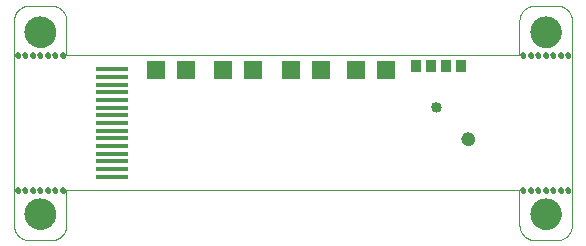
<source format=gbs>
G75*
%MOIN*%
%OFA0B0*%
%FSLAX25Y25*%
%IPPOS*%
%LPD*%
%AMOC8*
5,1,8,0,0,1.08239X$1,22.5*
%
%ADD10C,0.00000*%
%ADD11C,0.10400*%
%ADD12C,0.01900*%
%ADD13C,0.03353*%
%ADD14C,0.04534*%
%ADD15R,0.06400X0.06400*%
%ADD16R,0.10636X0.01778*%
%ADD17R,0.03600X0.03900*%
D10*
X0044428Y0032371D02*
X0044428Y0100496D01*
X0044430Y0100636D01*
X0044436Y0100776D01*
X0044446Y0100916D01*
X0044459Y0101056D01*
X0044477Y0101195D01*
X0044499Y0101334D01*
X0044524Y0101471D01*
X0044553Y0101609D01*
X0044586Y0101745D01*
X0044623Y0101880D01*
X0044664Y0102014D01*
X0044709Y0102147D01*
X0044757Y0102279D01*
X0044809Y0102409D01*
X0044864Y0102538D01*
X0044923Y0102665D01*
X0044986Y0102791D01*
X0045052Y0102915D01*
X0045121Y0103036D01*
X0045194Y0103156D01*
X0045271Y0103274D01*
X0045350Y0103389D01*
X0045433Y0103503D01*
X0045519Y0103613D01*
X0045608Y0103722D01*
X0045700Y0103828D01*
X0045795Y0103931D01*
X0045892Y0104032D01*
X0045993Y0104129D01*
X0046096Y0104224D01*
X0046202Y0104316D01*
X0046311Y0104405D01*
X0046421Y0104491D01*
X0046535Y0104574D01*
X0046650Y0104653D01*
X0046768Y0104730D01*
X0046888Y0104803D01*
X0047009Y0104872D01*
X0047133Y0104938D01*
X0047259Y0105001D01*
X0047386Y0105060D01*
X0047515Y0105115D01*
X0047645Y0105167D01*
X0047777Y0105215D01*
X0047910Y0105260D01*
X0048044Y0105301D01*
X0048179Y0105338D01*
X0048315Y0105371D01*
X0048453Y0105400D01*
X0048590Y0105425D01*
X0048729Y0105447D01*
X0048868Y0105465D01*
X0049008Y0105478D01*
X0049148Y0105488D01*
X0049288Y0105494D01*
X0049428Y0105496D01*
X0056928Y0105496D01*
X0057068Y0105494D01*
X0057208Y0105488D01*
X0057348Y0105478D01*
X0057488Y0105465D01*
X0057627Y0105447D01*
X0057766Y0105425D01*
X0057903Y0105400D01*
X0058041Y0105371D01*
X0058177Y0105338D01*
X0058312Y0105301D01*
X0058446Y0105260D01*
X0058579Y0105215D01*
X0058711Y0105167D01*
X0058841Y0105115D01*
X0058970Y0105060D01*
X0059097Y0105001D01*
X0059223Y0104938D01*
X0059347Y0104872D01*
X0059468Y0104803D01*
X0059588Y0104730D01*
X0059706Y0104653D01*
X0059821Y0104574D01*
X0059935Y0104491D01*
X0060045Y0104405D01*
X0060154Y0104316D01*
X0060260Y0104224D01*
X0060363Y0104129D01*
X0060464Y0104032D01*
X0060561Y0103931D01*
X0060656Y0103828D01*
X0060748Y0103722D01*
X0060837Y0103613D01*
X0060923Y0103503D01*
X0061006Y0103389D01*
X0061085Y0103274D01*
X0061162Y0103156D01*
X0061235Y0103036D01*
X0061304Y0102915D01*
X0061370Y0102791D01*
X0061433Y0102665D01*
X0061492Y0102538D01*
X0061547Y0102409D01*
X0061599Y0102279D01*
X0061647Y0102147D01*
X0061692Y0102014D01*
X0061733Y0101880D01*
X0061770Y0101745D01*
X0061803Y0101609D01*
X0061832Y0101471D01*
X0061857Y0101334D01*
X0061879Y0101195D01*
X0061897Y0101056D01*
X0061910Y0100916D01*
X0061920Y0100776D01*
X0061926Y0100636D01*
X0061928Y0100496D01*
X0061928Y0088933D01*
X0212928Y0088933D01*
X0212928Y0100496D01*
X0212930Y0100636D01*
X0212936Y0100776D01*
X0212946Y0100916D01*
X0212959Y0101056D01*
X0212977Y0101195D01*
X0212999Y0101334D01*
X0213024Y0101471D01*
X0213053Y0101609D01*
X0213086Y0101745D01*
X0213123Y0101880D01*
X0213164Y0102014D01*
X0213209Y0102147D01*
X0213257Y0102279D01*
X0213309Y0102409D01*
X0213364Y0102538D01*
X0213423Y0102665D01*
X0213486Y0102791D01*
X0213552Y0102915D01*
X0213621Y0103036D01*
X0213694Y0103156D01*
X0213771Y0103274D01*
X0213850Y0103389D01*
X0213933Y0103503D01*
X0214019Y0103613D01*
X0214108Y0103722D01*
X0214200Y0103828D01*
X0214295Y0103931D01*
X0214392Y0104032D01*
X0214493Y0104129D01*
X0214596Y0104224D01*
X0214702Y0104316D01*
X0214811Y0104405D01*
X0214921Y0104491D01*
X0215035Y0104574D01*
X0215150Y0104653D01*
X0215268Y0104730D01*
X0215388Y0104803D01*
X0215509Y0104872D01*
X0215633Y0104938D01*
X0215759Y0105001D01*
X0215886Y0105060D01*
X0216015Y0105115D01*
X0216145Y0105167D01*
X0216277Y0105215D01*
X0216410Y0105260D01*
X0216544Y0105301D01*
X0216679Y0105338D01*
X0216815Y0105371D01*
X0216953Y0105400D01*
X0217090Y0105425D01*
X0217229Y0105447D01*
X0217368Y0105465D01*
X0217508Y0105478D01*
X0217648Y0105488D01*
X0217788Y0105494D01*
X0217928Y0105496D01*
X0225428Y0105496D01*
X0225568Y0105494D01*
X0225708Y0105488D01*
X0225848Y0105478D01*
X0225988Y0105465D01*
X0226127Y0105447D01*
X0226266Y0105425D01*
X0226403Y0105400D01*
X0226541Y0105371D01*
X0226677Y0105338D01*
X0226812Y0105301D01*
X0226946Y0105260D01*
X0227079Y0105215D01*
X0227211Y0105167D01*
X0227341Y0105115D01*
X0227470Y0105060D01*
X0227597Y0105001D01*
X0227723Y0104938D01*
X0227847Y0104872D01*
X0227968Y0104803D01*
X0228088Y0104730D01*
X0228206Y0104653D01*
X0228321Y0104574D01*
X0228435Y0104491D01*
X0228545Y0104405D01*
X0228654Y0104316D01*
X0228760Y0104224D01*
X0228863Y0104129D01*
X0228964Y0104032D01*
X0229061Y0103931D01*
X0229156Y0103828D01*
X0229248Y0103722D01*
X0229337Y0103613D01*
X0229423Y0103503D01*
X0229506Y0103389D01*
X0229585Y0103274D01*
X0229662Y0103156D01*
X0229735Y0103036D01*
X0229804Y0102915D01*
X0229870Y0102791D01*
X0229933Y0102665D01*
X0229992Y0102538D01*
X0230047Y0102409D01*
X0230099Y0102279D01*
X0230147Y0102147D01*
X0230192Y0102014D01*
X0230233Y0101880D01*
X0230270Y0101745D01*
X0230303Y0101609D01*
X0230332Y0101471D01*
X0230357Y0101334D01*
X0230379Y0101195D01*
X0230397Y0101056D01*
X0230410Y0100916D01*
X0230420Y0100776D01*
X0230426Y0100636D01*
X0230428Y0100496D01*
X0230428Y0032371D01*
X0230426Y0032231D01*
X0230420Y0032091D01*
X0230410Y0031951D01*
X0230397Y0031811D01*
X0230379Y0031672D01*
X0230357Y0031533D01*
X0230332Y0031396D01*
X0230303Y0031258D01*
X0230270Y0031122D01*
X0230233Y0030987D01*
X0230192Y0030853D01*
X0230147Y0030720D01*
X0230099Y0030588D01*
X0230047Y0030458D01*
X0229992Y0030329D01*
X0229933Y0030202D01*
X0229870Y0030076D01*
X0229804Y0029952D01*
X0229735Y0029831D01*
X0229662Y0029711D01*
X0229585Y0029593D01*
X0229506Y0029478D01*
X0229423Y0029364D01*
X0229337Y0029254D01*
X0229248Y0029145D01*
X0229156Y0029039D01*
X0229061Y0028936D01*
X0228964Y0028835D01*
X0228863Y0028738D01*
X0228760Y0028643D01*
X0228654Y0028551D01*
X0228545Y0028462D01*
X0228435Y0028376D01*
X0228321Y0028293D01*
X0228206Y0028214D01*
X0228088Y0028137D01*
X0227968Y0028064D01*
X0227847Y0027995D01*
X0227723Y0027929D01*
X0227597Y0027866D01*
X0227470Y0027807D01*
X0227341Y0027752D01*
X0227211Y0027700D01*
X0227079Y0027652D01*
X0226946Y0027607D01*
X0226812Y0027566D01*
X0226677Y0027529D01*
X0226541Y0027496D01*
X0226403Y0027467D01*
X0226266Y0027442D01*
X0226127Y0027420D01*
X0225988Y0027402D01*
X0225848Y0027389D01*
X0225708Y0027379D01*
X0225568Y0027373D01*
X0225428Y0027371D01*
X0217928Y0027371D01*
X0217788Y0027373D01*
X0217648Y0027379D01*
X0217508Y0027389D01*
X0217368Y0027402D01*
X0217229Y0027420D01*
X0217090Y0027442D01*
X0216953Y0027467D01*
X0216815Y0027496D01*
X0216679Y0027529D01*
X0216544Y0027566D01*
X0216410Y0027607D01*
X0216277Y0027652D01*
X0216145Y0027700D01*
X0216015Y0027752D01*
X0215886Y0027807D01*
X0215759Y0027866D01*
X0215633Y0027929D01*
X0215509Y0027995D01*
X0215388Y0028064D01*
X0215268Y0028137D01*
X0215150Y0028214D01*
X0215035Y0028293D01*
X0214921Y0028376D01*
X0214811Y0028462D01*
X0214702Y0028551D01*
X0214596Y0028643D01*
X0214493Y0028738D01*
X0214392Y0028835D01*
X0214295Y0028936D01*
X0214200Y0029039D01*
X0214108Y0029145D01*
X0214019Y0029254D01*
X0213933Y0029364D01*
X0213850Y0029478D01*
X0213771Y0029593D01*
X0213694Y0029711D01*
X0213621Y0029831D01*
X0213552Y0029952D01*
X0213486Y0030076D01*
X0213423Y0030202D01*
X0213364Y0030329D01*
X0213309Y0030458D01*
X0213257Y0030588D01*
X0213209Y0030720D01*
X0213164Y0030853D01*
X0213123Y0030987D01*
X0213086Y0031122D01*
X0213053Y0031258D01*
X0213024Y0031396D01*
X0212999Y0031533D01*
X0212977Y0031672D01*
X0212959Y0031811D01*
X0212946Y0031951D01*
X0212936Y0032091D01*
X0212930Y0032231D01*
X0212928Y0032371D01*
X0212928Y0043933D01*
X0061928Y0043933D01*
X0061928Y0032371D01*
X0061926Y0032231D01*
X0061920Y0032091D01*
X0061910Y0031951D01*
X0061897Y0031811D01*
X0061879Y0031672D01*
X0061857Y0031533D01*
X0061832Y0031396D01*
X0061803Y0031258D01*
X0061770Y0031122D01*
X0061733Y0030987D01*
X0061692Y0030853D01*
X0061647Y0030720D01*
X0061599Y0030588D01*
X0061547Y0030458D01*
X0061492Y0030329D01*
X0061433Y0030202D01*
X0061370Y0030076D01*
X0061304Y0029952D01*
X0061235Y0029831D01*
X0061162Y0029711D01*
X0061085Y0029593D01*
X0061006Y0029478D01*
X0060923Y0029364D01*
X0060837Y0029254D01*
X0060748Y0029145D01*
X0060656Y0029039D01*
X0060561Y0028936D01*
X0060464Y0028835D01*
X0060363Y0028738D01*
X0060260Y0028643D01*
X0060154Y0028551D01*
X0060045Y0028462D01*
X0059935Y0028376D01*
X0059821Y0028293D01*
X0059706Y0028214D01*
X0059588Y0028137D01*
X0059468Y0028064D01*
X0059347Y0027995D01*
X0059223Y0027929D01*
X0059097Y0027866D01*
X0058970Y0027807D01*
X0058841Y0027752D01*
X0058711Y0027700D01*
X0058579Y0027652D01*
X0058446Y0027607D01*
X0058312Y0027566D01*
X0058177Y0027529D01*
X0058041Y0027496D01*
X0057903Y0027467D01*
X0057766Y0027442D01*
X0057627Y0027420D01*
X0057488Y0027402D01*
X0057348Y0027389D01*
X0057208Y0027379D01*
X0057068Y0027373D01*
X0056928Y0027371D01*
X0049428Y0027371D01*
X0049288Y0027373D01*
X0049148Y0027379D01*
X0049008Y0027389D01*
X0048868Y0027402D01*
X0048729Y0027420D01*
X0048590Y0027442D01*
X0048453Y0027467D01*
X0048315Y0027496D01*
X0048179Y0027529D01*
X0048044Y0027566D01*
X0047910Y0027607D01*
X0047777Y0027652D01*
X0047645Y0027700D01*
X0047515Y0027752D01*
X0047386Y0027807D01*
X0047259Y0027866D01*
X0047133Y0027929D01*
X0047009Y0027995D01*
X0046888Y0028064D01*
X0046768Y0028137D01*
X0046650Y0028214D01*
X0046535Y0028293D01*
X0046421Y0028376D01*
X0046311Y0028462D01*
X0046202Y0028551D01*
X0046096Y0028643D01*
X0045993Y0028738D01*
X0045892Y0028835D01*
X0045795Y0028936D01*
X0045700Y0029039D01*
X0045608Y0029145D01*
X0045519Y0029254D01*
X0045433Y0029364D01*
X0045350Y0029478D01*
X0045271Y0029593D01*
X0045194Y0029711D01*
X0045121Y0029831D01*
X0045052Y0029952D01*
X0044986Y0030076D01*
X0044923Y0030202D01*
X0044864Y0030329D01*
X0044809Y0030458D01*
X0044757Y0030588D01*
X0044709Y0030720D01*
X0044664Y0030853D01*
X0044623Y0030987D01*
X0044586Y0031122D01*
X0044553Y0031258D01*
X0044524Y0031396D01*
X0044499Y0031533D01*
X0044477Y0031672D01*
X0044459Y0031811D01*
X0044446Y0031951D01*
X0044436Y0032091D01*
X0044430Y0032231D01*
X0044428Y0032371D01*
X0048178Y0036121D02*
X0048180Y0036262D01*
X0048186Y0036403D01*
X0048196Y0036543D01*
X0048210Y0036683D01*
X0048228Y0036823D01*
X0048249Y0036962D01*
X0048275Y0037101D01*
X0048304Y0037239D01*
X0048338Y0037375D01*
X0048375Y0037511D01*
X0048416Y0037646D01*
X0048461Y0037780D01*
X0048510Y0037912D01*
X0048562Y0038043D01*
X0048618Y0038172D01*
X0048678Y0038299D01*
X0048741Y0038425D01*
X0048807Y0038549D01*
X0048878Y0038672D01*
X0048951Y0038792D01*
X0049028Y0038910D01*
X0049108Y0039026D01*
X0049192Y0039139D01*
X0049278Y0039250D01*
X0049368Y0039359D01*
X0049461Y0039465D01*
X0049556Y0039568D01*
X0049655Y0039669D01*
X0049756Y0039767D01*
X0049860Y0039862D01*
X0049967Y0039954D01*
X0050076Y0040043D01*
X0050188Y0040128D01*
X0050302Y0040211D01*
X0050418Y0040291D01*
X0050537Y0040367D01*
X0050658Y0040439D01*
X0050780Y0040509D01*
X0050905Y0040574D01*
X0051031Y0040637D01*
X0051159Y0040695D01*
X0051289Y0040750D01*
X0051420Y0040802D01*
X0051553Y0040849D01*
X0051687Y0040893D01*
X0051822Y0040934D01*
X0051958Y0040970D01*
X0052095Y0041002D01*
X0052233Y0041031D01*
X0052371Y0041056D01*
X0052511Y0041076D01*
X0052651Y0041093D01*
X0052791Y0041106D01*
X0052932Y0041115D01*
X0053072Y0041120D01*
X0053213Y0041121D01*
X0053354Y0041118D01*
X0053495Y0041111D01*
X0053635Y0041100D01*
X0053775Y0041085D01*
X0053915Y0041066D01*
X0054054Y0041044D01*
X0054192Y0041017D01*
X0054330Y0040987D01*
X0054466Y0040952D01*
X0054602Y0040914D01*
X0054736Y0040872D01*
X0054870Y0040826D01*
X0055002Y0040777D01*
X0055132Y0040723D01*
X0055261Y0040666D01*
X0055388Y0040606D01*
X0055514Y0040542D01*
X0055637Y0040474D01*
X0055759Y0040403D01*
X0055879Y0040329D01*
X0055996Y0040251D01*
X0056111Y0040170D01*
X0056224Y0040086D01*
X0056335Y0039999D01*
X0056443Y0039908D01*
X0056548Y0039815D01*
X0056651Y0039718D01*
X0056751Y0039619D01*
X0056848Y0039517D01*
X0056942Y0039412D01*
X0057033Y0039305D01*
X0057121Y0039195D01*
X0057206Y0039083D01*
X0057288Y0038968D01*
X0057367Y0038851D01*
X0057442Y0038732D01*
X0057514Y0038611D01*
X0057582Y0038488D01*
X0057647Y0038363D01*
X0057709Y0038236D01*
X0057766Y0038107D01*
X0057821Y0037977D01*
X0057871Y0037846D01*
X0057918Y0037713D01*
X0057961Y0037579D01*
X0058000Y0037443D01*
X0058035Y0037307D01*
X0058067Y0037170D01*
X0058094Y0037032D01*
X0058118Y0036893D01*
X0058138Y0036753D01*
X0058154Y0036613D01*
X0058166Y0036473D01*
X0058174Y0036332D01*
X0058178Y0036191D01*
X0058178Y0036051D01*
X0058174Y0035910D01*
X0058166Y0035769D01*
X0058154Y0035629D01*
X0058138Y0035489D01*
X0058118Y0035349D01*
X0058094Y0035210D01*
X0058067Y0035072D01*
X0058035Y0034935D01*
X0058000Y0034799D01*
X0057961Y0034663D01*
X0057918Y0034529D01*
X0057871Y0034396D01*
X0057821Y0034265D01*
X0057766Y0034135D01*
X0057709Y0034006D01*
X0057647Y0033879D01*
X0057582Y0033754D01*
X0057514Y0033631D01*
X0057442Y0033510D01*
X0057367Y0033391D01*
X0057288Y0033274D01*
X0057206Y0033159D01*
X0057121Y0033047D01*
X0057033Y0032937D01*
X0056942Y0032830D01*
X0056848Y0032725D01*
X0056751Y0032623D01*
X0056651Y0032524D01*
X0056548Y0032427D01*
X0056443Y0032334D01*
X0056335Y0032243D01*
X0056224Y0032156D01*
X0056111Y0032072D01*
X0055996Y0031991D01*
X0055879Y0031913D01*
X0055759Y0031839D01*
X0055637Y0031768D01*
X0055514Y0031700D01*
X0055388Y0031636D01*
X0055261Y0031576D01*
X0055132Y0031519D01*
X0055002Y0031465D01*
X0054870Y0031416D01*
X0054736Y0031370D01*
X0054602Y0031328D01*
X0054466Y0031290D01*
X0054330Y0031255D01*
X0054192Y0031225D01*
X0054054Y0031198D01*
X0053915Y0031176D01*
X0053775Y0031157D01*
X0053635Y0031142D01*
X0053495Y0031131D01*
X0053354Y0031124D01*
X0053213Y0031121D01*
X0053072Y0031122D01*
X0052932Y0031127D01*
X0052791Y0031136D01*
X0052651Y0031149D01*
X0052511Y0031166D01*
X0052371Y0031186D01*
X0052233Y0031211D01*
X0052095Y0031240D01*
X0051958Y0031272D01*
X0051822Y0031308D01*
X0051687Y0031349D01*
X0051553Y0031393D01*
X0051420Y0031440D01*
X0051289Y0031492D01*
X0051159Y0031547D01*
X0051031Y0031605D01*
X0050905Y0031668D01*
X0050780Y0031733D01*
X0050658Y0031803D01*
X0050537Y0031875D01*
X0050418Y0031951D01*
X0050302Y0032031D01*
X0050188Y0032114D01*
X0050076Y0032199D01*
X0049967Y0032288D01*
X0049860Y0032380D01*
X0049756Y0032475D01*
X0049655Y0032573D01*
X0049556Y0032674D01*
X0049461Y0032777D01*
X0049368Y0032883D01*
X0049278Y0032992D01*
X0049192Y0033103D01*
X0049108Y0033216D01*
X0049028Y0033332D01*
X0048951Y0033450D01*
X0048878Y0033570D01*
X0048807Y0033693D01*
X0048741Y0033817D01*
X0048678Y0033943D01*
X0048618Y0034070D01*
X0048562Y0034199D01*
X0048510Y0034330D01*
X0048461Y0034462D01*
X0048416Y0034596D01*
X0048375Y0034731D01*
X0048338Y0034867D01*
X0048304Y0035003D01*
X0048275Y0035141D01*
X0048249Y0035280D01*
X0048228Y0035419D01*
X0048210Y0035559D01*
X0048196Y0035699D01*
X0048186Y0035839D01*
X0048180Y0035980D01*
X0048178Y0036121D01*
X0047428Y0043933D02*
X0047430Y0043987D01*
X0047436Y0044041D01*
X0047446Y0044094D01*
X0047459Y0044147D01*
X0047476Y0044198D01*
X0047497Y0044248D01*
X0047522Y0044296D01*
X0047550Y0044343D01*
X0047581Y0044387D01*
X0047615Y0044429D01*
X0047652Y0044468D01*
X0047692Y0044505D01*
X0047735Y0044538D01*
X0047780Y0044569D01*
X0047827Y0044596D01*
X0047875Y0044619D01*
X0047926Y0044639D01*
X0047977Y0044656D01*
X0048030Y0044668D01*
X0048083Y0044677D01*
X0048137Y0044682D01*
X0048192Y0044683D01*
X0048246Y0044680D01*
X0048299Y0044673D01*
X0048352Y0044662D01*
X0048405Y0044648D01*
X0048456Y0044630D01*
X0048505Y0044608D01*
X0048553Y0044583D01*
X0048599Y0044554D01*
X0048643Y0044522D01*
X0048684Y0044487D01*
X0048722Y0044449D01*
X0048758Y0044408D01*
X0048791Y0044365D01*
X0048821Y0044320D01*
X0048847Y0044272D01*
X0048870Y0044223D01*
X0048889Y0044172D01*
X0048904Y0044121D01*
X0048916Y0044068D01*
X0048924Y0044014D01*
X0048928Y0043960D01*
X0048928Y0043906D01*
X0048924Y0043852D01*
X0048916Y0043798D01*
X0048904Y0043745D01*
X0048889Y0043694D01*
X0048870Y0043643D01*
X0048847Y0043594D01*
X0048821Y0043546D01*
X0048791Y0043501D01*
X0048758Y0043458D01*
X0048722Y0043417D01*
X0048684Y0043379D01*
X0048643Y0043344D01*
X0048599Y0043312D01*
X0048553Y0043283D01*
X0048505Y0043258D01*
X0048456Y0043236D01*
X0048405Y0043218D01*
X0048352Y0043204D01*
X0048299Y0043193D01*
X0048246Y0043186D01*
X0048192Y0043183D01*
X0048137Y0043184D01*
X0048083Y0043189D01*
X0048030Y0043198D01*
X0047977Y0043210D01*
X0047926Y0043227D01*
X0047875Y0043247D01*
X0047827Y0043270D01*
X0047780Y0043297D01*
X0047735Y0043328D01*
X0047692Y0043361D01*
X0047652Y0043398D01*
X0047615Y0043437D01*
X0047581Y0043479D01*
X0047550Y0043523D01*
X0047522Y0043570D01*
X0047497Y0043618D01*
X0047476Y0043668D01*
X0047459Y0043719D01*
X0047446Y0043772D01*
X0047436Y0043825D01*
X0047430Y0043879D01*
X0047428Y0043933D01*
X0044928Y0043933D02*
X0044930Y0043987D01*
X0044936Y0044041D01*
X0044946Y0044094D01*
X0044959Y0044147D01*
X0044976Y0044198D01*
X0044997Y0044248D01*
X0045022Y0044296D01*
X0045050Y0044343D01*
X0045081Y0044387D01*
X0045115Y0044429D01*
X0045152Y0044468D01*
X0045192Y0044505D01*
X0045235Y0044538D01*
X0045280Y0044569D01*
X0045327Y0044596D01*
X0045375Y0044619D01*
X0045426Y0044639D01*
X0045477Y0044656D01*
X0045530Y0044668D01*
X0045583Y0044677D01*
X0045637Y0044682D01*
X0045692Y0044683D01*
X0045746Y0044680D01*
X0045799Y0044673D01*
X0045852Y0044662D01*
X0045905Y0044648D01*
X0045956Y0044630D01*
X0046005Y0044608D01*
X0046053Y0044583D01*
X0046099Y0044554D01*
X0046143Y0044522D01*
X0046184Y0044487D01*
X0046222Y0044449D01*
X0046258Y0044408D01*
X0046291Y0044365D01*
X0046321Y0044320D01*
X0046347Y0044272D01*
X0046370Y0044223D01*
X0046389Y0044172D01*
X0046404Y0044121D01*
X0046416Y0044068D01*
X0046424Y0044014D01*
X0046428Y0043960D01*
X0046428Y0043906D01*
X0046424Y0043852D01*
X0046416Y0043798D01*
X0046404Y0043745D01*
X0046389Y0043694D01*
X0046370Y0043643D01*
X0046347Y0043594D01*
X0046321Y0043546D01*
X0046291Y0043501D01*
X0046258Y0043458D01*
X0046222Y0043417D01*
X0046184Y0043379D01*
X0046143Y0043344D01*
X0046099Y0043312D01*
X0046053Y0043283D01*
X0046005Y0043258D01*
X0045956Y0043236D01*
X0045905Y0043218D01*
X0045852Y0043204D01*
X0045799Y0043193D01*
X0045746Y0043186D01*
X0045692Y0043183D01*
X0045637Y0043184D01*
X0045583Y0043189D01*
X0045530Y0043198D01*
X0045477Y0043210D01*
X0045426Y0043227D01*
X0045375Y0043247D01*
X0045327Y0043270D01*
X0045280Y0043297D01*
X0045235Y0043328D01*
X0045192Y0043361D01*
X0045152Y0043398D01*
X0045115Y0043437D01*
X0045081Y0043479D01*
X0045050Y0043523D01*
X0045022Y0043570D01*
X0044997Y0043618D01*
X0044976Y0043668D01*
X0044959Y0043719D01*
X0044946Y0043772D01*
X0044936Y0043825D01*
X0044930Y0043879D01*
X0044928Y0043933D01*
X0049928Y0043933D02*
X0049930Y0043987D01*
X0049936Y0044041D01*
X0049946Y0044094D01*
X0049959Y0044147D01*
X0049976Y0044198D01*
X0049997Y0044248D01*
X0050022Y0044296D01*
X0050050Y0044343D01*
X0050081Y0044387D01*
X0050115Y0044429D01*
X0050152Y0044468D01*
X0050192Y0044505D01*
X0050235Y0044538D01*
X0050280Y0044569D01*
X0050327Y0044596D01*
X0050375Y0044619D01*
X0050426Y0044639D01*
X0050477Y0044656D01*
X0050530Y0044668D01*
X0050583Y0044677D01*
X0050637Y0044682D01*
X0050692Y0044683D01*
X0050746Y0044680D01*
X0050799Y0044673D01*
X0050852Y0044662D01*
X0050905Y0044648D01*
X0050956Y0044630D01*
X0051005Y0044608D01*
X0051053Y0044583D01*
X0051099Y0044554D01*
X0051143Y0044522D01*
X0051184Y0044487D01*
X0051222Y0044449D01*
X0051258Y0044408D01*
X0051291Y0044365D01*
X0051321Y0044320D01*
X0051347Y0044272D01*
X0051370Y0044223D01*
X0051389Y0044172D01*
X0051404Y0044121D01*
X0051416Y0044068D01*
X0051424Y0044014D01*
X0051428Y0043960D01*
X0051428Y0043906D01*
X0051424Y0043852D01*
X0051416Y0043798D01*
X0051404Y0043745D01*
X0051389Y0043694D01*
X0051370Y0043643D01*
X0051347Y0043594D01*
X0051321Y0043546D01*
X0051291Y0043501D01*
X0051258Y0043458D01*
X0051222Y0043417D01*
X0051184Y0043379D01*
X0051143Y0043344D01*
X0051099Y0043312D01*
X0051053Y0043283D01*
X0051005Y0043258D01*
X0050956Y0043236D01*
X0050905Y0043218D01*
X0050852Y0043204D01*
X0050799Y0043193D01*
X0050746Y0043186D01*
X0050692Y0043183D01*
X0050637Y0043184D01*
X0050583Y0043189D01*
X0050530Y0043198D01*
X0050477Y0043210D01*
X0050426Y0043227D01*
X0050375Y0043247D01*
X0050327Y0043270D01*
X0050280Y0043297D01*
X0050235Y0043328D01*
X0050192Y0043361D01*
X0050152Y0043398D01*
X0050115Y0043437D01*
X0050081Y0043479D01*
X0050050Y0043523D01*
X0050022Y0043570D01*
X0049997Y0043618D01*
X0049976Y0043668D01*
X0049959Y0043719D01*
X0049946Y0043772D01*
X0049936Y0043825D01*
X0049930Y0043879D01*
X0049928Y0043933D01*
X0052428Y0043933D02*
X0052430Y0043987D01*
X0052436Y0044041D01*
X0052446Y0044094D01*
X0052459Y0044147D01*
X0052476Y0044198D01*
X0052497Y0044248D01*
X0052522Y0044296D01*
X0052550Y0044343D01*
X0052581Y0044387D01*
X0052615Y0044429D01*
X0052652Y0044468D01*
X0052692Y0044505D01*
X0052735Y0044538D01*
X0052780Y0044569D01*
X0052827Y0044596D01*
X0052875Y0044619D01*
X0052926Y0044639D01*
X0052977Y0044656D01*
X0053030Y0044668D01*
X0053083Y0044677D01*
X0053137Y0044682D01*
X0053192Y0044683D01*
X0053246Y0044680D01*
X0053299Y0044673D01*
X0053352Y0044662D01*
X0053405Y0044648D01*
X0053456Y0044630D01*
X0053505Y0044608D01*
X0053553Y0044583D01*
X0053599Y0044554D01*
X0053643Y0044522D01*
X0053684Y0044487D01*
X0053722Y0044449D01*
X0053758Y0044408D01*
X0053791Y0044365D01*
X0053821Y0044320D01*
X0053847Y0044272D01*
X0053870Y0044223D01*
X0053889Y0044172D01*
X0053904Y0044121D01*
X0053916Y0044068D01*
X0053924Y0044014D01*
X0053928Y0043960D01*
X0053928Y0043906D01*
X0053924Y0043852D01*
X0053916Y0043798D01*
X0053904Y0043745D01*
X0053889Y0043694D01*
X0053870Y0043643D01*
X0053847Y0043594D01*
X0053821Y0043546D01*
X0053791Y0043501D01*
X0053758Y0043458D01*
X0053722Y0043417D01*
X0053684Y0043379D01*
X0053643Y0043344D01*
X0053599Y0043312D01*
X0053553Y0043283D01*
X0053505Y0043258D01*
X0053456Y0043236D01*
X0053405Y0043218D01*
X0053352Y0043204D01*
X0053299Y0043193D01*
X0053246Y0043186D01*
X0053192Y0043183D01*
X0053137Y0043184D01*
X0053083Y0043189D01*
X0053030Y0043198D01*
X0052977Y0043210D01*
X0052926Y0043227D01*
X0052875Y0043247D01*
X0052827Y0043270D01*
X0052780Y0043297D01*
X0052735Y0043328D01*
X0052692Y0043361D01*
X0052652Y0043398D01*
X0052615Y0043437D01*
X0052581Y0043479D01*
X0052550Y0043523D01*
X0052522Y0043570D01*
X0052497Y0043618D01*
X0052476Y0043668D01*
X0052459Y0043719D01*
X0052446Y0043772D01*
X0052436Y0043825D01*
X0052430Y0043879D01*
X0052428Y0043933D01*
X0054928Y0043933D02*
X0054930Y0043987D01*
X0054936Y0044041D01*
X0054946Y0044094D01*
X0054959Y0044147D01*
X0054976Y0044198D01*
X0054997Y0044248D01*
X0055022Y0044296D01*
X0055050Y0044343D01*
X0055081Y0044387D01*
X0055115Y0044429D01*
X0055152Y0044468D01*
X0055192Y0044505D01*
X0055235Y0044538D01*
X0055280Y0044569D01*
X0055327Y0044596D01*
X0055375Y0044619D01*
X0055426Y0044639D01*
X0055477Y0044656D01*
X0055530Y0044668D01*
X0055583Y0044677D01*
X0055637Y0044682D01*
X0055692Y0044683D01*
X0055746Y0044680D01*
X0055799Y0044673D01*
X0055852Y0044662D01*
X0055905Y0044648D01*
X0055956Y0044630D01*
X0056005Y0044608D01*
X0056053Y0044583D01*
X0056099Y0044554D01*
X0056143Y0044522D01*
X0056184Y0044487D01*
X0056222Y0044449D01*
X0056258Y0044408D01*
X0056291Y0044365D01*
X0056321Y0044320D01*
X0056347Y0044272D01*
X0056370Y0044223D01*
X0056389Y0044172D01*
X0056404Y0044121D01*
X0056416Y0044068D01*
X0056424Y0044014D01*
X0056428Y0043960D01*
X0056428Y0043906D01*
X0056424Y0043852D01*
X0056416Y0043798D01*
X0056404Y0043745D01*
X0056389Y0043694D01*
X0056370Y0043643D01*
X0056347Y0043594D01*
X0056321Y0043546D01*
X0056291Y0043501D01*
X0056258Y0043458D01*
X0056222Y0043417D01*
X0056184Y0043379D01*
X0056143Y0043344D01*
X0056099Y0043312D01*
X0056053Y0043283D01*
X0056005Y0043258D01*
X0055956Y0043236D01*
X0055905Y0043218D01*
X0055852Y0043204D01*
X0055799Y0043193D01*
X0055746Y0043186D01*
X0055692Y0043183D01*
X0055637Y0043184D01*
X0055583Y0043189D01*
X0055530Y0043198D01*
X0055477Y0043210D01*
X0055426Y0043227D01*
X0055375Y0043247D01*
X0055327Y0043270D01*
X0055280Y0043297D01*
X0055235Y0043328D01*
X0055192Y0043361D01*
X0055152Y0043398D01*
X0055115Y0043437D01*
X0055081Y0043479D01*
X0055050Y0043523D01*
X0055022Y0043570D01*
X0054997Y0043618D01*
X0054976Y0043668D01*
X0054959Y0043719D01*
X0054946Y0043772D01*
X0054936Y0043825D01*
X0054930Y0043879D01*
X0054928Y0043933D01*
X0057428Y0043933D02*
X0057430Y0043987D01*
X0057436Y0044041D01*
X0057446Y0044094D01*
X0057459Y0044147D01*
X0057476Y0044198D01*
X0057497Y0044248D01*
X0057522Y0044296D01*
X0057550Y0044343D01*
X0057581Y0044387D01*
X0057615Y0044429D01*
X0057652Y0044468D01*
X0057692Y0044505D01*
X0057735Y0044538D01*
X0057780Y0044569D01*
X0057827Y0044596D01*
X0057875Y0044619D01*
X0057926Y0044639D01*
X0057977Y0044656D01*
X0058030Y0044668D01*
X0058083Y0044677D01*
X0058137Y0044682D01*
X0058192Y0044683D01*
X0058246Y0044680D01*
X0058299Y0044673D01*
X0058352Y0044662D01*
X0058405Y0044648D01*
X0058456Y0044630D01*
X0058505Y0044608D01*
X0058553Y0044583D01*
X0058599Y0044554D01*
X0058643Y0044522D01*
X0058684Y0044487D01*
X0058722Y0044449D01*
X0058758Y0044408D01*
X0058791Y0044365D01*
X0058821Y0044320D01*
X0058847Y0044272D01*
X0058870Y0044223D01*
X0058889Y0044172D01*
X0058904Y0044121D01*
X0058916Y0044068D01*
X0058924Y0044014D01*
X0058928Y0043960D01*
X0058928Y0043906D01*
X0058924Y0043852D01*
X0058916Y0043798D01*
X0058904Y0043745D01*
X0058889Y0043694D01*
X0058870Y0043643D01*
X0058847Y0043594D01*
X0058821Y0043546D01*
X0058791Y0043501D01*
X0058758Y0043458D01*
X0058722Y0043417D01*
X0058684Y0043379D01*
X0058643Y0043344D01*
X0058599Y0043312D01*
X0058553Y0043283D01*
X0058505Y0043258D01*
X0058456Y0043236D01*
X0058405Y0043218D01*
X0058352Y0043204D01*
X0058299Y0043193D01*
X0058246Y0043186D01*
X0058192Y0043183D01*
X0058137Y0043184D01*
X0058083Y0043189D01*
X0058030Y0043198D01*
X0057977Y0043210D01*
X0057926Y0043227D01*
X0057875Y0043247D01*
X0057827Y0043270D01*
X0057780Y0043297D01*
X0057735Y0043328D01*
X0057692Y0043361D01*
X0057652Y0043398D01*
X0057615Y0043437D01*
X0057581Y0043479D01*
X0057550Y0043523D01*
X0057522Y0043570D01*
X0057497Y0043618D01*
X0057476Y0043668D01*
X0057459Y0043719D01*
X0057446Y0043772D01*
X0057436Y0043825D01*
X0057430Y0043879D01*
X0057428Y0043933D01*
X0059928Y0043933D02*
X0059930Y0043987D01*
X0059936Y0044041D01*
X0059946Y0044094D01*
X0059959Y0044147D01*
X0059976Y0044198D01*
X0059997Y0044248D01*
X0060022Y0044296D01*
X0060050Y0044343D01*
X0060081Y0044387D01*
X0060115Y0044429D01*
X0060152Y0044468D01*
X0060192Y0044505D01*
X0060235Y0044538D01*
X0060280Y0044569D01*
X0060327Y0044596D01*
X0060375Y0044619D01*
X0060426Y0044639D01*
X0060477Y0044656D01*
X0060530Y0044668D01*
X0060583Y0044677D01*
X0060637Y0044682D01*
X0060692Y0044683D01*
X0060746Y0044680D01*
X0060799Y0044673D01*
X0060852Y0044662D01*
X0060905Y0044648D01*
X0060956Y0044630D01*
X0061005Y0044608D01*
X0061053Y0044583D01*
X0061099Y0044554D01*
X0061143Y0044522D01*
X0061184Y0044487D01*
X0061222Y0044449D01*
X0061258Y0044408D01*
X0061291Y0044365D01*
X0061321Y0044320D01*
X0061347Y0044272D01*
X0061370Y0044223D01*
X0061389Y0044172D01*
X0061404Y0044121D01*
X0061416Y0044068D01*
X0061424Y0044014D01*
X0061428Y0043960D01*
X0061428Y0043906D01*
X0061424Y0043852D01*
X0061416Y0043798D01*
X0061404Y0043745D01*
X0061389Y0043694D01*
X0061370Y0043643D01*
X0061347Y0043594D01*
X0061321Y0043546D01*
X0061291Y0043501D01*
X0061258Y0043458D01*
X0061222Y0043417D01*
X0061184Y0043379D01*
X0061143Y0043344D01*
X0061099Y0043312D01*
X0061053Y0043283D01*
X0061005Y0043258D01*
X0060956Y0043236D01*
X0060905Y0043218D01*
X0060852Y0043204D01*
X0060799Y0043193D01*
X0060746Y0043186D01*
X0060692Y0043183D01*
X0060637Y0043184D01*
X0060583Y0043189D01*
X0060530Y0043198D01*
X0060477Y0043210D01*
X0060426Y0043227D01*
X0060375Y0043247D01*
X0060327Y0043270D01*
X0060280Y0043297D01*
X0060235Y0043328D01*
X0060192Y0043361D01*
X0060152Y0043398D01*
X0060115Y0043437D01*
X0060081Y0043479D01*
X0060050Y0043523D01*
X0060022Y0043570D01*
X0059997Y0043618D01*
X0059976Y0043668D01*
X0059959Y0043719D01*
X0059946Y0043772D01*
X0059936Y0043825D01*
X0059930Y0043879D01*
X0059928Y0043933D01*
X0059928Y0088933D02*
X0059930Y0088987D01*
X0059936Y0089041D01*
X0059946Y0089094D01*
X0059959Y0089147D01*
X0059976Y0089198D01*
X0059997Y0089248D01*
X0060022Y0089296D01*
X0060050Y0089343D01*
X0060081Y0089387D01*
X0060115Y0089429D01*
X0060152Y0089468D01*
X0060192Y0089505D01*
X0060235Y0089538D01*
X0060280Y0089569D01*
X0060327Y0089596D01*
X0060375Y0089619D01*
X0060426Y0089639D01*
X0060477Y0089656D01*
X0060530Y0089668D01*
X0060583Y0089677D01*
X0060637Y0089682D01*
X0060692Y0089683D01*
X0060746Y0089680D01*
X0060799Y0089673D01*
X0060852Y0089662D01*
X0060905Y0089648D01*
X0060956Y0089630D01*
X0061005Y0089608D01*
X0061053Y0089583D01*
X0061099Y0089554D01*
X0061143Y0089522D01*
X0061184Y0089487D01*
X0061222Y0089449D01*
X0061258Y0089408D01*
X0061291Y0089365D01*
X0061321Y0089320D01*
X0061347Y0089272D01*
X0061370Y0089223D01*
X0061389Y0089172D01*
X0061404Y0089121D01*
X0061416Y0089068D01*
X0061424Y0089014D01*
X0061428Y0088960D01*
X0061428Y0088906D01*
X0061424Y0088852D01*
X0061416Y0088798D01*
X0061404Y0088745D01*
X0061389Y0088694D01*
X0061370Y0088643D01*
X0061347Y0088594D01*
X0061321Y0088546D01*
X0061291Y0088501D01*
X0061258Y0088458D01*
X0061222Y0088417D01*
X0061184Y0088379D01*
X0061143Y0088344D01*
X0061099Y0088312D01*
X0061053Y0088283D01*
X0061005Y0088258D01*
X0060956Y0088236D01*
X0060905Y0088218D01*
X0060852Y0088204D01*
X0060799Y0088193D01*
X0060746Y0088186D01*
X0060692Y0088183D01*
X0060637Y0088184D01*
X0060583Y0088189D01*
X0060530Y0088198D01*
X0060477Y0088210D01*
X0060426Y0088227D01*
X0060375Y0088247D01*
X0060327Y0088270D01*
X0060280Y0088297D01*
X0060235Y0088328D01*
X0060192Y0088361D01*
X0060152Y0088398D01*
X0060115Y0088437D01*
X0060081Y0088479D01*
X0060050Y0088523D01*
X0060022Y0088570D01*
X0059997Y0088618D01*
X0059976Y0088668D01*
X0059959Y0088719D01*
X0059946Y0088772D01*
X0059936Y0088825D01*
X0059930Y0088879D01*
X0059928Y0088933D01*
X0057428Y0088933D02*
X0057430Y0088987D01*
X0057436Y0089041D01*
X0057446Y0089094D01*
X0057459Y0089147D01*
X0057476Y0089198D01*
X0057497Y0089248D01*
X0057522Y0089296D01*
X0057550Y0089343D01*
X0057581Y0089387D01*
X0057615Y0089429D01*
X0057652Y0089468D01*
X0057692Y0089505D01*
X0057735Y0089538D01*
X0057780Y0089569D01*
X0057827Y0089596D01*
X0057875Y0089619D01*
X0057926Y0089639D01*
X0057977Y0089656D01*
X0058030Y0089668D01*
X0058083Y0089677D01*
X0058137Y0089682D01*
X0058192Y0089683D01*
X0058246Y0089680D01*
X0058299Y0089673D01*
X0058352Y0089662D01*
X0058405Y0089648D01*
X0058456Y0089630D01*
X0058505Y0089608D01*
X0058553Y0089583D01*
X0058599Y0089554D01*
X0058643Y0089522D01*
X0058684Y0089487D01*
X0058722Y0089449D01*
X0058758Y0089408D01*
X0058791Y0089365D01*
X0058821Y0089320D01*
X0058847Y0089272D01*
X0058870Y0089223D01*
X0058889Y0089172D01*
X0058904Y0089121D01*
X0058916Y0089068D01*
X0058924Y0089014D01*
X0058928Y0088960D01*
X0058928Y0088906D01*
X0058924Y0088852D01*
X0058916Y0088798D01*
X0058904Y0088745D01*
X0058889Y0088694D01*
X0058870Y0088643D01*
X0058847Y0088594D01*
X0058821Y0088546D01*
X0058791Y0088501D01*
X0058758Y0088458D01*
X0058722Y0088417D01*
X0058684Y0088379D01*
X0058643Y0088344D01*
X0058599Y0088312D01*
X0058553Y0088283D01*
X0058505Y0088258D01*
X0058456Y0088236D01*
X0058405Y0088218D01*
X0058352Y0088204D01*
X0058299Y0088193D01*
X0058246Y0088186D01*
X0058192Y0088183D01*
X0058137Y0088184D01*
X0058083Y0088189D01*
X0058030Y0088198D01*
X0057977Y0088210D01*
X0057926Y0088227D01*
X0057875Y0088247D01*
X0057827Y0088270D01*
X0057780Y0088297D01*
X0057735Y0088328D01*
X0057692Y0088361D01*
X0057652Y0088398D01*
X0057615Y0088437D01*
X0057581Y0088479D01*
X0057550Y0088523D01*
X0057522Y0088570D01*
X0057497Y0088618D01*
X0057476Y0088668D01*
X0057459Y0088719D01*
X0057446Y0088772D01*
X0057436Y0088825D01*
X0057430Y0088879D01*
X0057428Y0088933D01*
X0054928Y0088933D02*
X0054930Y0088987D01*
X0054936Y0089041D01*
X0054946Y0089094D01*
X0054959Y0089147D01*
X0054976Y0089198D01*
X0054997Y0089248D01*
X0055022Y0089296D01*
X0055050Y0089343D01*
X0055081Y0089387D01*
X0055115Y0089429D01*
X0055152Y0089468D01*
X0055192Y0089505D01*
X0055235Y0089538D01*
X0055280Y0089569D01*
X0055327Y0089596D01*
X0055375Y0089619D01*
X0055426Y0089639D01*
X0055477Y0089656D01*
X0055530Y0089668D01*
X0055583Y0089677D01*
X0055637Y0089682D01*
X0055692Y0089683D01*
X0055746Y0089680D01*
X0055799Y0089673D01*
X0055852Y0089662D01*
X0055905Y0089648D01*
X0055956Y0089630D01*
X0056005Y0089608D01*
X0056053Y0089583D01*
X0056099Y0089554D01*
X0056143Y0089522D01*
X0056184Y0089487D01*
X0056222Y0089449D01*
X0056258Y0089408D01*
X0056291Y0089365D01*
X0056321Y0089320D01*
X0056347Y0089272D01*
X0056370Y0089223D01*
X0056389Y0089172D01*
X0056404Y0089121D01*
X0056416Y0089068D01*
X0056424Y0089014D01*
X0056428Y0088960D01*
X0056428Y0088906D01*
X0056424Y0088852D01*
X0056416Y0088798D01*
X0056404Y0088745D01*
X0056389Y0088694D01*
X0056370Y0088643D01*
X0056347Y0088594D01*
X0056321Y0088546D01*
X0056291Y0088501D01*
X0056258Y0088458D01*
X0056222Y0088417D01*
X0056184Y0088379D01*
X0056143Y0088344D01*
X0056099Y0088312D01*
X0056053Y0088283D01*
X0056005Y0088258D01*
X0055956Y0088236D01*
X0055905Y0088218D01*
X0055852Y0088204D01*
X0055799Y0088193D01*
X0055746Y0088186D01*
X0055692Y0088183D01*
X0055637Y0088184D01*
X0055583Y0088189D01*
X0055530Y0088198D01*
X0055477Y0088210D01*
X0055426Y0088227D01*
X0055375Y0088247D01*
X0055327Y0088270D01*
X0055280Y0088297D01*
X0055235Y0088328D01*
X0055192Y0088361D01*
X0055152Y0088398D01*
X0055115Y0088437D01*
X0055081Y0088479D01*
X0055050Y0088523D01*
X0055022Y0088570D01*
X0054997Y0088618D01*
X0054976Y0088668D01*
X0054959Y0088719D01*
X0054946Y0088772D01*
X0054936Y0088825D01*
X0054930Y0088879D01*
X0054928Y0088933D01*
X0052428Y0088933D02*
X0052430Y0088987D01*
X0052436Y0089041D01*
X0052446Y0089094D01*
X0052459Y0089147D01*
X0052476Y0089198D01*
X0052497Y0089248D01*
X0052522Y0089296D01*
X0052550Y0089343D01*
X0052581Y0089387D01*
X0052615Y0089429D01*
X0052652Y0089468D01*
X0052692Y0089505D01*
X0052735Y0089538D01*
X0052780Y0089569D01*
X0052827Y0089596D01*
X0052875Y0089619D01*
X0052926Y0089639D01*
X0052977Y0089656D01*
X0053030Y0089668D01*
X0053083Y0089677D01*
X0053137Y0089682D01*
X0053192Y0089683D01*
X0053246Y0089680D01*
X0053299Y0089673D01*
X0053352Y0089662D01*
X0053405Y0089648D01*
X0053456Y0089630D01*
X0053505Y0089608D01*
X0053553Y0089583D01*
X0053599Y0089554D01*
X0053643Y0089522D01*
X0053684Y0089487D01*
X0053722Y0089449D01*
X0053758Y0089408D01*
X0053791Y0089365D01*
X0053821Y0089320D01*
X0053847Y0089272D01*
X0053870Y0089223D01*
X0053889Y0089172D01*
X0053904Y0089121D01*
X0053916Y0089068D01*
X0053924Y0089014D01*
X0053928Y0088960D01*
X0053928Y0088906D01*
X0053924Y0088852D01*
X0053916Y0088798D01*
X0053904Y0088745D01*
X0053889Y0088694D01*
X0053870Y0088643D01*
X0053847Y0088594D01*
X0053821Y0088546D01*
X0053791Y0088501D01*
X0053758Y0088458D01*
X0053722Y0088417D01*
X0053684Y0088379D01*
X0053643Y0088344D01*
X0053599Y0088312D01*
X0053553Y0088283D01*
X0053505Y0088258D01*
X0053456Y0088236D01*
X0053405Y0088218D01*
X0053352Y0088204D01*
X0053299Y0088193D01*
X0053246Y0088186D01*
X0053192Y0088183D01*
X0053137Y0088184D01*
X0053083Y0088189D01*
X0053030Y0088198D01*
X0052977Y0088210D01*
X0052926Y0088227D01*
X0052875Y0088247D01*
X0052827Y0088270D01*
X0052780Y0088297D01*
X0052735Y0088328D01*
X0052692Y0088361D01*
X0052652Y0088398D01*
X0052615Y0088437D01*
X0052581Y0088479D01*
X0052550Y0088523D01*
X0052522Y0088570D01*
X0052497Y0088618D01*
X0052476Y0088668D01*
X0052459Y0088719D01*
X0052446Y0088772D01*
X0052436Y0088825D01*
X0052430Y0088879D01*
X0052428Y0088933D01*
X0049928Y0088933D02*
X0049930Y0088987D01*
X0049936Y0089041D01*
X0049946Y0089094D01*
X0049959Y0089147D01*
X0049976Y0089198D01*
X0049997Y0089248D01*
X0050022Y0089296D01*
X0050050Y0089343D01*
X0050081Y0089387D01*
X0050115Y0089429D01*
X0050152Y0089468D01*
X0050192Y0089505D01*
X0050235Y0089538D01*
X0050280Y0089569D01*
X0050327Y0089596D01*
X0050375Y0089619D01*
X0050426Y0089639D01*
X0050477Y0089656D01*
X0050530Y0089668D01*
X0050583Y0089677D01*
X0050637Y0089682D01*
X0050692Y0089683D01*
X0050746Y0089680D01*
X0050799Y0089673D01*
X0050852Y0089662D01*
X0050905Y0089648D01*
X0050956Y0089630D01*
X0051005Y0089608D01*
X0051053Y0089583D01*
X0051099Y0089554D01*
X0051143Y0089522D01*
X0051184Y0089487D01*
X0051222Y0089449D01*
X0051258Y0089408D01*
X0051291Y0089365D01*
X0051321Y0089320D01*
X0051347Y0089272D01*
X0051370Y0089223D01*
X0051389Y0089172D01*
X0051404Y0089121D01*
X0051416Y0089068D01*
X0051424Y0089014D01*
X0051428Y0088960D01*
X0051428Y0088906D01*
X0051424Y0088852D01*
X0051416Y0088798D01*
X0051404Y0088745D01*
X0051389Y0088694D01*
X0051370Y0088643D01*
X0051347Y0088594D01*
X0051321Y0088546D01*
X0051291Y0088501D01*
X0051258Y0088458D01*
X0051222Y0088417D01*
X0051184Y0088379D01*
X0051143Y0088344D01*
X0051099Y0088312D01*
X0051053Y0088283D01*
X0051005Y0088258D01*
X0050956Y0088236D01*
X0050905Y0088218D01*
X0050852Y0088204D01*
X0050799Y0088193D01*
X0050746Y0088186D01*
X0050692Y0088183D01*
X0050637Y0088184D01*
X0050583Y0088189D01*
X0050530Y0088198D01*
X0050477Y0088210D01*
X0050426Y0088227D01*
X0050375Y0088247D01*
X0050327Y0088270D01*
X0050280Y0088297D01*
X0050235Y0088328D01*
X0050192Y0088361D01*
X0050152Y0088398D01*
X0050115Y0088437D01*
X0050081Y0088479D01*
X0050050Y0088523D01*
X0050022Y0088570D01*
X0049997Y0088618D01*
X0049976Y0088668D01*
X0049959Y0088719D01*
X0049946Y0088772D01*
X0049936Y0088825D01*
X0049930Y0088879D01*
X0049928Y0088933D01*
X0047428Y0088933D02*
X0047430Y0088987D01*
X0047436Y0089041D01*
X0047446Y0089094D01*
X0047459Y0089147D01*
X0047476Y0089198D01*
X0047497Y0089248D01*
X0047522Y0089296D01*
X0047550Y0089343D01*
X0047581Y0089387D01*
X0047615Y0089429D01*
X0047652Y0089468D01*
X0047692Y0089505D01*
X0047735Y0089538D01*
X0047780Y0089569D01*
X0047827Y0089596D01*
X0047875Y0089619D01*
X0047926Y0089639D01*
X0047977Y0089656D01*
X0048030Y0089668D01*
X0048083Y0089677D01*
X0048137Y0089682D01*
X0048192Y0089683D01*
X0048246Y0089680D01*
X0048299Y0089673D01*
X0048352Y0089662D01*
X0048405Y0089648D01*
X0048456Y0089630D01*
X0048505Y0089608D01*
X0048553Y0089583D01*
X0048599Y0089554D01*
X0048643Y0089522D01*
X0048684Y0089487D01*
X0048722Y0089449D01*
X0048758Y0089408D01*
X0048791Y0089365D01*
X0048821Y0089320D01*
X0048847Y0089272D01*
X0048870Y0089223D01*
X0048889Y0089172D01*
X0048904Y0089121D01*
X0048916Y0089068D01*
X0048924Y0089014D01*
X0048928Y0088960D01*
X0048928Y0088906D01*
X0048924Y0088852D01*
X0048916Y0088798D01*
X0048904Y0088745D01*
X0048889Y0088694D01*
X0048870Y0088643D01*
X0048847Y0088594D01*
X0048821Y0088546D01*
X0048791Y0088501D01*
X0048758Y0088458D01*
X0048722Y0088417D01*
X0048684Y0088379D01*
X0048643Y0088344D01*
X0048599Y0088312D01*
X0048553Y0088283D01*
X0048505Y0088258D01*
X0048456Y0088236D01*
X0048405Y0088218D01*
X0048352Y0088204D01*
X0048299Y0088193D01*
X0048246Y0088186D01*
X0048192Y0088183D01*
X0048137Y0088184D01*
X0048083Y0088189D01*
X0048030Y0088198D01*
X0047977Y0088210D01*
X0047926Y0088227D01*
X0047875Y0088247D01*
X0047827Y0088270D01*
X0047780Y0088297D01*
X0047735Y0088328D01*
X0047692Y0088361D01*
X0047652Y0088398D01*
X0047615Y0088437D01*
X0047581Y0088479D01*
X0047550Y0088523D01*
X0047522Y0088570D01*
X0047497Y0088618D01*
X0047476Y0088668D01*
X0047459Y0088719D01*
X0047446Y0088772D01*
X0047436Y0088825D01*
X0047430Y0088879D01*
X0047428Y0088933D01*
X0044928Y0088933D02*
X0044930Y0088987D01*
X0044936Y0089041D01*
X0044946Y0089094D01*
X0044959Y0089147D01*
X0044976Y0089198D01*
X0044997Y0089248D01*
X0045022Y0089296D01*
X0045050Y0089343D01*
X0045081Y0089387D01*
X0045115Y0089429D01*
X0045152Y0089468D01*
X0045192Y0089505D01*
X0045235Y0089538D01*
X0045280Y0089569D01*
X0045327Y0089596D01*
X0045375Y0089619D01*
X0045426Y0089639D01*
X0045477Y0089656D01*
X0045530Y0089668D01*
X0045583Y0089677D01*
X0045637Y0089682D01*
X0045692Y0089683D01*
X0045746Y0089680D01*
X0045799Y0089673D01*
X0045852Y0089662D01*
X0045905Y0089648D01*
X0045956Y0089630D01*
X0046005Y0089608D01*
X0046053Y0089583D01*
X0046099Y0089554D01*
X0046143Y0089522D01*
X0046184Y0089487D01*
X0046222Y0089449D01*
X0046258Y0089408D01*
X0046291Y0089365D01*
X0046321Y0089320D01*
X0046347Y0089272D01*
X0046370Y0089223D01*
X0046389Y0089172D01*
X0046404Y0089121D01*
X0046416Y0089068D01*
X0046424Y0089014D01*
X0046428Y0088960D01*
X0046428Y0088906D01*
X0046424Y0088852D01*
X0046416Y0088798D01*
X0046404Y0088745D01*
X0046389Y0088694D01*
X0046370Y0088643D01*
X0046347Y0088594D01*
X0046321Y0088546D01*
X0046291Y0088501D01*
X0046258Y0088458D01*
X0046222Y0088417D01*
X0046184Y0088379D01*
X0046143Y0088344D01*
X0046099Y0088312D01*
X0046053Y0088283D01*
X0046005Y0088258D01*
X0045956Y0088236D01*
X0045905Y0088218D01*
X0045852Y0088204D01*
X0045799Y0088193D01*
X0045746Y0088186D01*
X0045692Y0088183D01*
X0045637Y0088184D01*
X0045583Y0088189D01*
X0045530Y0088198D01*
X0045477Y0088210D01*
X0045426Y0088227D01*
X0045375Y0088247D01*
X0045327Y0088270D01*
X0045280Y0088297D01*
X0045235Y0088328D01*
X0045192Y0088361D01*
X0045152Y0088398D01*
X0045115Y0088437D01*
X0045081Y0088479D01*
X0045050Y0088523D01*
X0045022Y0088570D01*
X0044997Y0088618D01*
X0044976Y0088668D01*
X0044959Y0088719D01*
X0044946Y0088772D01*
X0044936Y0088825D01*
X0044930Y0088879D01*
X0044928Y0088933D01*
X0048178Y0096746D02*
X0048180Y0096887D01*
X0048186Y0097028D01*
X0048196Y0097168D01*
X0048210Y0097308D01*
X0048228Y0097448D01*
X0048249Y0097587D01*
X0048275Y0097726D01*
X0048304Y0097864D01*
X0048338Y0098000D01*
X0048375Y0098136D01*
X0048416Y0098271D01*
X0048461Y0098405D01*
X0048510Y0098537D01*
X0048562Y0098668D01*
X0048618Y0098797D01*
X0048678Y0098924D01*
X0048741Y0099050D01*
X0048807Y0099174D01*
X0048878Y0099297D01*
X0048951Y0099417D01*
X0049028Y0099535D01*
X0049108Y0099651D01*
X0049192Y0099764D01*
X0049278Y0099875D01*
X0049368Y0099984D01*
X0049461Y0100090D01*
X0049556Y0100193D01*
X0049655Y0100294D01*
X0049756Y0100392D01*
X0049860Y0100487D01*
X0049967Y0100579D01*
X0050076Y0100668D01*
X0050188Y0100753D01*
X0050302Y0100836D01*
X0050418Y0100916D01*
X0050537Y0100992D01*
X0050658Y0101064D01*
X0050780Y0101134D01*
X0050905Y0101199D01*
X0051031Y0101262D01*
X0051159Y0101320D01*
X0051289Y0101375D01*
X0051420Y0101427D01*
X0051553Y0101474D01*
X0051687Y0101518D01*
X0051822Y0101559D01*
X0051958Y0101595D01*
X0052095Y0101627D01*
X0052233Y0101656D01*
X0052371Y0101681D01*
X0052511Y0101701D01*
X0052651Y0101718D01*
X0052791Y0101731D01*
X0052932Y0101740D01*
X0053072Y0101745D01*
X0053213Y0101746D01*
X0053354Y0101743D01*
X0053495Y0101736D01*
X0053635Y0101725D01*
X0053775Y0101710D01*
X0053915Y0101691D01*
X0054054Y0101669D01*
X0054192Y0101642D01*
X0054330Y0101612D01*
X0054466Y0101577D01*
X0054602Y0101539D01*
X0054736Y0101497D01*
X0054870Y0101451D01*
X0055002Y0101402D01*
X0055132Y0101348D01*
X0055261Y0101291D01*
X0055388Y0101231D01*
X0055514Y0101167D01*
X0055637Y0101099D01*
X0055759Y0101028D01*
X0055879Y0100954D01*
X0055996Y0100876D01*
X0056111Y0100795D01*
X0056224Y0100711D01*
X0056335Y0100624D01*
X0056443Y0100533D01*
X0056548Y0100440D01*
X0056651Y0100343D01*
X0056751Y0100244D01*
X0056848Y0100142D01*
X0056942Y0100037D01*
X0057033Y0099930D01*
X0057121Y0099820D01*
X0057206Y0099708D01*
X0057288Y0099593D01*
X0057367Y0099476D01*
X0057442Y0099357D01*
X0057514Y0099236D01*
X0057582Y0099113D01*
X0057647Y0098988D01*
X0057709Y0098861D01*
X0057766Y0098732D01*
X0057821Y0098602D01*
X0057871Y0098471D01*
X0057918Y0098338D01*
X0057961Y0098204D01*
X0058000Y0098068D01*
X0058035Y0097932D01*
X0058067Y0097795D01*
X0058094Y0097657D01*
X0058118Y0097518D01*
X0058138Y0097378D01*
X0058154Y0097238D01*
X0058166Y0097098D01*
X0058174Y0096957D01*
X0058178Y0096816D01*
X0058178Y0096676D01*
X0058174Y0096535D01*
X0058166Y0096394D01*
X0058154Y0096254D01*
X0058138Y0096114D01*
X0058118Y0095974D01*
X0058094Y0095835D01*
X0058067Y0095697D01*
X0058035Y0095560D01*
X0058000Y0095424D01*
X0057961Y0095288D01*
X0057918Y0095154D01*
X0057871Y0095021D01*
X0057821Y0094890D01*
X0057766Y0094760D01*
X0057709Y0094631D01*
X0057647Y0094504D01*
X0057582Y0094379D01*
X0057514Y0094256D01*
X0057442Y0094135D01*
X0057367Y0094016D01*
X0057288Y0093899D01*
X0057206Y0093784D01*
X0057121Y0093672D01*
X0057033Y0093562D01*
X0056942Y0093455D01*
X0056848Y0093350D01*
X0056751Y0093248D01*
X0056651Y0093149D01*
X0056548Y0093052D01*
X0056443Y0092959D01*
X0056335Y0092868D01*
X0056224Y0092781D01*
X0056111Y0092697D01*
X0055996Y0092616D01*
X0055879Y0092538D01*
X0055759Y0092464D01*
X0055637Y0092393D01*
X0055514Y0092325D01*
X0055388Y0092261D01*
X0055261Y0092201D01*
X0055132Y0092144D01*
X0055002Y0092090D01*
X0054870Y0092041D01*
X0054736Y0091995D01*
X0054602Y0091953D01*
X0054466Y0091915D01*
X0054330Y0091880D01*
X0054192Y0091850D01*
X0054054Y0091823D01*
X0053915Y0091801D01*
X0053775Y0091782D01*
X0053635Y0091767D01*
X0053495Y0091756D01*
X0053354Y0091749D01*
X0053213Y0091746D01*
X0053072Y0091747D01*
X0052932Y0091752D01*
X0052791Y0091761D01*
X0052651Y0091774D01*
X0052511Y0091791D01*
X0052371Y0091811D01*
X0052233Y0091836D01*
X0052095Y0091865D01*
X0051958Y0091897D01*
X0051822Y0091933D01*
X0051687Y0091974D01*
X0051553Y0092018D01*
X0051420Y0092065D01*
X0051289Y0092117D01*
X0051159Y0092172D01*
X0051031Y0092230D01*
X0050905Y0092293D01*
X0050780Y0092358D01*
X0050658Y0092428D01*
X0050537Y0092500D01*
X0050418Y0092576D01*
X0050302Y0092656D01*
X0050188Y0092739D01*
X0050076Y0092824D01*
X0049967Y0092913D01*
X0049860Y0093005D01*
X0049756Y0093100D01*
X0049655Y0093198D01*
X0049556Y0093299D01*
X0049461Y0093402D01*
X0049368Y0093508D01*
X0049278Y0093617D01*
X0049192Y0093728D01*
X0049108Y0093841D01*
X0049028Y0093957D01*
X0048951Y0094075D01*
X0048878Y0094195D01*
X0048807Y0094318D01*
X0048741Y0094442D01*
X0048678Y0094568D01*
X0048618Y0094695D01*
X0048562Y0094824D01*
X0048510Y0094955D01*
X0048461Y0095087D01*
X0048416Y0095221D01*
X0048375Y0095356D01*
X0048338Y0095492D01*
X0048304Y0095628D01*
X0048275Y0095766D01*
X0048249Y0095905D01*
X0048228Y0096044D01*
X0048210Y0096184D01*
X0048196Y0096324D01*
X0048186Y0096464D01*
X0048180Y0096605D01*
X0048178Y0096746D01*
X0183663Y0071722D02*
X0183665Y0071799D01*
X0183671Y0071875D01*
X0183681Y0071951D01*
X0183695Y0072026D01*
X0183712Y0072101D01*
X0183734Y0072174D01*
X0183759Y0072247D01*
X0183789Y0072318D01*
X0183821Y0072387D01*
X0183858Y0072454D01*
X0183897Y0072520D01*
X0183940Y0072583D01*
X0183987Y0072644D01*
X0184036Y0072703D01*
X0184089Y0072759D01*
X0184144Y0072812D01*
X0184202Y0072862D01*
X0184262Y0072909D01*
X0184325Y0072953D01*
X0184390Y0072994D01*
X0184457Y0073031D01*
X0184526Y0073065D01*
X0184596Y0073095D01*
X0184668Y0073121D01*
X0184742Y0073143D01*
X0184816Y0073162D01*
X0184891Y0073177D01*
X0184967Y0073188D01*
X0185043Y0073195D01*
X0185120Y0073198D01*
X0185196Y0073197D01*
X0185273Y0073192D01*
X0185349Y0073183D01*
X0185425Y0073170D01*
X0185499Y0073153D01*
X0185573Y0073133D01*
X0185646Y0073108D01*
X0185717Y0073080D01*
X0185787Y0073048D01*
X0185855Y0073013D01*
X0185921Y0072974D01*
X0185985Y0072932D01*
X0186046Y0072886D01*
X0186106Y0072837D01*
X0186162Y0072786D01*
X0186216Y0072731D01*
X0186267Y0072674D01*
X0186315Y0072614D01*
X0186360Y0072552D01*
X0186401Y0072487D01*
X0186439Y0072421D01*
X0186474Y0072353D01*
X0186504Y0072282D01*
X0186532Y0072211D01*
X0186555Y0072138D01*
X0186575Y0072064D01*
X0186591Y0071989D01*
X0186603Y0071913D01*
X0186611Y0071837D01*
X0186615Y0071760D01*
X0186615Y0071684D01*
X0186611Y0071607D01*
X0186603Y0071531D01*
X0186591Y0071455D01*
X0186575Y0071380D01*
X0186555Y0071306D01*
X0186532Y0071233D01*
X0186504Y0071162D01*
X0186474Y0071091D01*
X0186439Y0071023D01*
X0186401Y0070957D01*
X0186360Y0070892D01*
X0186315Y0070830D01*
X0186267Y0070770D01*
X0186216Y0070713D01*
X0186162Y0070658D01*
X0186106Y0070607D01*
X0186046Y0070558D01*
X0185985Y0070512D01*
X0185921Y0070470D01*
X0185855Y0070431D01*
X0185787Y0070396D01*
X0185717Y0070364D01*
X0185646Y0070336D01*
X0185573Y0070311D01*
X0185499Y0070291D01*
X0185425Y0070274D01*
X0185349Y0070261D01*
X0185273Y0070252D01*
X0185196Y0070247D01*
X0185120Y0070246D01*
X0185043Y0070249D01*
X0184967Y0070256D01*
X0184891Y0070267D01*
X0184816Y0070282D01*
X0184742Y0070301D01*
X0184668Y0070323D01*
X0184596Y0070349D01*
X0184526Y0070379D01*
X0184457Y0070413D01*
X0184390Y0070450D01*
X0184325Y0070491D01*
X0184262Y0070535D01*
X0184202Y0070582D01*
X0184144Y0070632D01*
X0184089Y0070685D01*
X0184036Y0070741D01*
X0183987Y0070800D01*
X0183940Y0070861D01*
X0183897Y0070924D01*
X0183858Y0070990D01*
X0183821Y0071057D01*
X0183789Y0071126D01*
X0183759Y0071197D01*
X0183734Y0071270D01*
X0183712Y0071343D01*
X0183695Y0071418D01*
X0183681Y0071493D01*
X0183671Y0071569D01*
X0183665Y0071645D01*
X0183663Y0071722D01*
X0193651Y0061144D02*
X0193653Y0061235D01*
X0193659Y0061325D01*
X0193669Y0061416D01*
X0193683Y0061505D01*
X0193701Y0061594D01*
X0193722Y0061683D01*
X0193748Y0061770D01*
X0193777Y0061856D01*
X0193811Y0061940D01*
X0193847Y0062023D01*
X0193888Y0062105D01*
X0193932Y0062184D01*
X0193979Y0062262D01*
X0194030Y0062337D01*
X0194084Y0062410D01*
X0194141Y0062480D01*
X0194201Y0062548D01*
X0194264Y0062614D01*
X0194330Y0062676D01*
X0194399Y0062735D01*
X0194470Y0062792D01*
X0194544Y0062845D01*
X0194620Y0062895D01*
X0194698Y0062942D01*
X0194778Y0062985D01*
X0194859Y0063024D01*
X0194943Y0063060D01*
X0195028Y0063092D01*
X0195114Y0063121D01*
X0195201Y0063145D01*
X0195290Y0063166D01*
X0195379Y0063183D01*
X0195469Y0063196D01*
X0195559Y0063205D01*
X0195650Y0063210D01*
X0195741Y0063211D01*
X0195831Y0063208D01*
X0195922Y0063201D01*
X0196012Y0063190D01*
X0196102Y0063175D01*
X0196191Y0063156D01*
X0196279Y0063134D01*
X0196365Y0063107D01*
X0196451Y0063077D01*
X0196535Y0063043D01*
X0196618Y0063005D01*
X0196699Y0062964D01*
X0196778Y0062919D01*
X0196855Y0062870D01*
X0196929Y0062819D01*
X0197002Y0062764D01*
X0197072Y0062706D01*
X0197139Y0062645D01*
X0197203Y0062581D01*
X0197265Y0062515D01*
X0197324Y0062445D01*
X0197379Y0062374D01*
X0197432Y0062299D01*
X0197481Y0062223D01*
X0197527Y0062145D01*
X0197569Y0062064D01*
X0197608Y0061982D01*
X0197643Y0061898D01*
X0197674Y0061813D01*
X0197701Y0061726D01*
X0197725Y0061639D01*
X0197745Y0061550D01*
X0197761Y0061461D01*
X0197773Y0061371D01*
X0197781Y0061280D01*
X0197785Y0061189D01*
X0197785Y0061099D01*
X0197781Y0061008D01*
X0197773Y0060917D01*
X0197761Y0060827D01*
X0197745Y0060738D01*
X0197725Y0060649D01*
X0197701Y0060562D01*
X0197674Y0060475D01*
X0197643Y0060390D01*
X0197608Y0060306D01*
X0197569Y0060224D01*
X0197527Y0060143D01*
X0197481Y0060065D01*
X0197432Y0059989D01*
X0197379Y0059914D01*
X0197324Y0059843D01*
X0197265Y0059773D01*
X0197203Y0059707D01*
X0197139Y0059643D01*
X0197072Y0059582D01*
X0197002Y0059524D01*
X0196929Y0059469D01*
X0196855Y0059418D01*
X0196778Y0059369D01*
X0196699Y0059324D01*
X0196618Y0059283D01*
X0196535Y0059245D01*
X0196451Y0059211D01*
X0196365Y0059181D01*
X0196279Y0059154D01*
X0196191Y0059132D01*
X0196102Y0059113D01*
X0196012Y0059098D01*
X0195922Y0059087D01*
X0195831Y0059080D01*
X0195741Y0059077D01*
X0195650Y0059078D01*
X0195559Y0059083D01*
X0195469Y0059092D01*
X0195379Y0059105D01*
X0195290Y0059122D01*
X0195201Y0059143D01*
X0195114Y0059167D01*
X0195028Y0059196D01*
X0194943Y0059228D01*
X0194859Y0059264D01*
X0194778Y0059303D01*
X0194698Y0059346D01*
X0194620Y0059393D01*
X0194544Y0059443D01*
X0194470Y0059496D01*
X0194399Y0059553D01*
X0194330Y0059612D01*
X0194264Y0059674D01*
X0194201Y0059740D01*
X0194141Y0059808D01*
X0194084Y0059878D01*
X0194030Y0059951D01*
X0193979Y0060026D01*
X0193932Y0060104D01*
X0193888Y0060183D01*
X0193847Y0060265D01*
X0193811Y0060348D01*
X0193777Y0060432D01*
X0193748Y0060518D01*
X0193722Y0060605D01*
X0193701Y0060694D01*
X0193683Y0060783D01*
X0193669Y0060872D01*
X0193659Y0060963D01*
X0193653Y0061053D01*
X0193651Y0061144D01*
X0213428Y0043933D02*
X0213430Y0043987D01*
X0213436Y0044041D01*
X0213446Y0044094D01*
X0213459Y0044147D01*
X0213476Y0044198D01*
X0213497Y0044248D01*
X0213522Y0044296D01*
X0213550Y0044343D01*
X0213581Y0044387D01*
X0213615Y0044429D01*
X0213652Y0044468D01*
X0213692Y0044505D01*
X0213735Y0044538D01*
X0213780Y0044569D01*
X0213827Y0044596D01*
X0213875Y0044619D01*
X0213926Y0044639D01*
X0213977Y0044656D01*
X0214030Y0044668D01*
X0214083Y0044677D01*
X0214137Y0044682D01*
X0214192Y0044683D01*
X0214246Y0044680D01*
X0214299Y0044673D01*
X0214352Y0044662D01*
X0214405Y0044648D01*
X0214456Y0044630D01*
X0214505Y0044608D01*
X0214553Y0044583D01*
X0214599Y0044554D01*
X0214643Y0044522D01*
X0214684Y0044487D01*
X0214722Y0044449D01*
X0214758Y0044408D01*
X0214791Y0044365D01*
X0214821Y0044320D01*
X0214847Y0044272D01*
X0214870Y0044223D01*
X0214889Y0044172D01*
X0214904Y0044121D01*
X0214916Y0044068D01*
X0214924Y0044014D01*
X0214928Y0043960D01*
X0214928Y0043906D01*
X0214924Y0043852D01*
X0214916Y0043798D01*
X0214904Y0043745D01*
X0214889Y0043694D01*
X0214870Y0043643D01*
X0214847Y0043594D01*
X0214821Y0043546D01*
X0214791Y0043501D01*
X0214758Y0043458D01*
X0214722Y0043417D01*
X0214684Y0043379D01*
X0214643Y0043344D01*
X0214599Y0043312D01*
X0214553Y0043283D01*
X0214505Y0043258D01*
X0214456Y0043236D01*
X0214405Y0043218D01*
X0214352Y0043204D01*
X0214299Y0043193D01*
X0214246Y0043186D01*
X0214192Y0043183D01*
X0214137Y0043184D01*
X0214083Y0043189D01*
X0214030Y0043198D01*
X0213977Y0043210D01*
X0213926Y0043227D01*
X0213875Y0043247D01*
X0213827Y0043270D01*
X0213780Y0043297D01*
X0213735Y0043328D01*
X0213692Y0043361D01*
X0213652Y0043398D01*
X0213615Y0043437D01*
X0213581Y0043479D01*
X0213550Y0043523D01*
X0213522Y0043570D01*
X0213497Y0043618D01*
X0213476Y0043668D01*
X0213459Y0043719D01*
X0213446Y0043772D01*
X0213436Y0043825D01*
X0213430Y0043879D01*
X0213428Y0043933D01*
X0215928Y0043933D02*
X0215930Y0043987D01*
X0215936Y0044041D01*
X0215946Y0044094D01*
X0215959Y0044147D01*
X0215976Y0044198D01*
X0215997Y0044248D01*
X0216022Y0044296D01*
X0216050Y0044343D01*
X0216081Y0044387D01*
X0216115Y0044429D01*
X0216152Y0044468D01*
X0216192Y0044505D01*
X0216235Y0044538D01*
X0216280Y0044569D01*
X0216327Y0044596D01*
X0216375Y0044619D01*
X0216426Y0044639D01*
X0216477Y0044656D01*
X0216530Y0044668D01*
X0216583Y0044677D01*
X0216637Y0044682D01*
X0216692Y0044683D01*
X0216746Y0044680D01*
X0216799Y0044673D01*
X0216852Y0044662D01*
X0216905Y0044648D01*
X0216956Y0044630D01*
X0217005Y0044608D01*
X0217053Y0044583D01*
X0217099Y0044554D01*
X0217143Y0044522D01*
X0217184Y0044487D01*
X0217222Y0044449D01*
X0217258Y0044408D01*
X0217291Y0044365D01*
X0217321Y0044320D01*
X0217347Y0044272D01*
X0217370Y0044223D01*
X0217389Y0044172D01*
X0217404Y0044121D01*
X0217416Y0044068D01*
X0217424Y0044014D01*
X0217428Y0043960D01*
X0217428Y0043906D01*
X0217424Y0043852D01*
X0217416Y0043798D01*
X0217404Y0043745D01*
X0217389Y0043694D01*
X0217370Y0043643D01*
X0217347Y0043594D01*
X0217321Y0043546D01*
X0217291Y0043501D01*
X0217258Y0043458D01*
X0217222Y0043417D01*
X0217184Y0043379D01*
X0217143Y0043344D01*
X0217099Y0043312D01*
X0217053Y0043283D01*
X0217005Y0043258D01*
X0216956Y0043236D01*
X0216905Y0043218D01*
X0216852Y0043204D01*
X0216799Y0043193D01*
X0216746Y0043186D01*
X0216692Y0043183D01*
X0216637Y0043184D01*
X0216583Y0043189D01*
X0216530Y0043198D01*
X0216477Y0043210D01*
X0216426Y0043227D01*
X0216375Y0043247D01*
X0216327Y0043270D01*
X0216280Y0043297D01*
X0216235Y0043328D01*
X0216192Y0043361D01*
X0216152Y0043398D01*
X0216115Y0043437D01*
X0216081Y0043479D01*
X0216050Y0043523D01*
X0216022Y0043570D01*
X0215997Y0043618D01*
X0215976Y0043668D01*
X0215959Y0043719D01*
X0215946Y0043772D01*
X0215936Y0043825D01*
X0215930Y0043879D01*
X0215928Y0043933D01*
X0218428Y0043933D02*
X0218430Y0043987D01*
X0218436Y0044041D01*
X0218446Y0044094D01*
X0218459Y0044147D01*
X0218476Y0044198D01*
X0218497Y0044248D01*
X0218522Y0044296D01*
X0218550Y0044343D01*
X0218581Y0044387D01*
X0218615Y0044429D01*
X0218652Y0044468D01*
X0218692Y0044505D01*
X0218735Y0044538D01*
X0218780Y0044569D01*
X0218827Y0044596D01*
X0218875Y0044619D01*
X0218926Y0044639D01*
X0218977Y0044656D01*
X0219030Y0044668D01*
X0219083Y0044677D01*
X0219137Y0044682D01*
X0219192Y0044683D01*
X0219246Y0044680D01*
X0219299Y0044673D01*
X0219352Y0044662D01*
X0219405Y0044648D01*
X0219456Y0044630D01*
X0219505Y0044608D01*
X0219553Y0044583D01*
X0219599Y0044554D01*
X0219643Y0044522D01*
X0219684Y0044487D01*
X0219722Y0044449D01*
X0219758Y0044408D01*
X0219791Y0044365D01*
X0219821Y0044320D01*
X0219847Y0044272D01*
X0219870Y0044223D01*
X0219889Y0044172D01*
X0219904Y0044121D01*
X0219916Y0044068D01*
X0219924Y0044014D01*
X0219928Y0043960D01*
X0219928Y0043906D01*
X0219924Y0043852D01*
X0219916Y0043798D01*
X0219904Y0043745D01*
X0219889Y0043694D01*
X0219870Y0043643D01*
X0219847Y0043594D01*
X0219821Y0043546D01*
X0219791Y0043501D01*
X0219758Y0043458D01*
X0219722Y0043417D01*
X0219684Y0043379D01*
X0219643Y0043344D01*
X0219599Y0043312D01*
X0219553Y0043283D01*
X0219505Y0043258D01*
X0219456Y0043236D01*
X0219405Y0043218D01*
X0219352Y0043204D01*
X0219299Y0043193D01*
X0219246Y0043186D01*
X0219192Y0043183D01*
X0219137Y0043184D01*
X0219083Y0043189D01*
X0219030Y0043198D01*
X0218977Y0043210D01*
X0218926Y0043227D01*
X0218875Y0043247D01*
X0218827Y0043270D01*
X0218780Y0043297D01*
X0218735Y0043328D01*
X0218692Y0043361D01*
X0218652Y0043398D01*
X0218615Y0043437D01*
X0218581Y0043479D01*
X0218550Y0043523D01*
X0218522Y0043570D01*
X0218497Y0043618D01*
X0218476Y0043668D01*
X0218459Y0043719D01*
X0218446Y0043772D01*
X0218436Y0043825D01*
X0218430Y0043879D01*
X0218428Y0043933D01*
X0220928Y0043933D02*
X0220930Y0043987D01*
X0220936Y0044041D01*
X0220946Y0044094D01*
X0220959Y0044147D01*
X0220976Y0044198D01*
X0220997Y0044248D01*
X0221022Y0044296D01*
X0221050Y0044343D01*
X0221081Y0044387D01*
X0221115Y0044429D01*
X0221152Y0044468D01*
X0221192Y0044505D01*
X0221235Y0044538D01*
X0221280Y0044569D01*
X0221327Y0044596D01*
X0221375Y0044619D01*
X0221426Y0044639D01*
X0221477Y0044656D01*
X0221530Y0044668D01*
X0221583Y0044677D01*
X0221637Y0044682D01*
X0221692Y0044683D01*
X0221746Y0044680D01*
X0221799Y0044673D01*
X0221852Y0044662D01*
X0221905Y0044648D01*
X0221956Y0044630D01*
X0222005Y0044608D01*
X0222053Y0044583D01*
X0222099Y0044554D01*
X0222143Y0044522D01*
X0222184Y0044487D01*
X0222222Y0044449D01*
X0222258Y0044408D01*
X0222291Y0044365D01*
X0222321Y0044320D01*
X0222347Y0044272D01*
X0222370Y0044223D01*
X0222389Y0044172D01*
X0222404Y0044121D01*
X0222416Y0044068D01*
X0222424Y0044014D01*
X0222428Y0043960D01*
X0222428Y0043906D01*
X0222424Y0043852D01*
X0222416Y0043798D01*
X0222404Y0043745D01*
X0222389Y0043694D01*
X0222370Y0043643D01*
X0222347Y0043594D01*
X0222321Y0043546D01*
X0222291Y0043501D01*
X0222258Y0043458D01*
X0222222Y0043417D01*
X0222184Y0043379D01*
X0222143Y0043344D01*
X0222099Y0043312D01*
X0222053Y0043283D01*
X0222005Y0043258D01*
X0221956Y0043236D01*
X0221905Y0043218D01*
X0221852Y0043204D01*
X0221799Y0043193D01*
X0221746Y0043186D01*
X0221692Y0043183D01*
X0221637Y0043184D01*
X0221583Y0043189D01*
X0221530Y0043198D01*
X0221477Y0043210D01*
X0221426Y0043227D01*
X0221375Y0043247D01*
X0221327Y0043270D01*
X0221280Y0043297D01*
X0221235Y0043328D01*
X0221192Y0043361D01*
X0221152Y0043398D01*
X0221115Y0043437D01*
X0221081Y0043479D01*
X0221050Y0043523D01*
X0221022Y0043570D01*
X0220997Y0043618D01*
X0220976Y0043668D01*
X0220959Y0043719D01*
X0220946Y0043772D01*
X0220936Y0043825D01*
X0220930Y0043879D01*
X0220928Y0043933D01*
X0223428Y0043933D02*
X0223430Y0043987D01*
X0223436Y0044041D01*
X0223446Y0044094D01*
X0223459Y0044147D01*
X0223476Y0044198D01*
X0223497Y0044248D01*
X0223522Y0044296D01*
X0223550Y0044343D01*
X0223581Y0044387D01*
X0223615Y0044429D01*
X0223652Y0044468D01*
X0223692Y0044505D01*
X0223735Y0044538D01*
X0223780Y0044569D01*
X0223827Y0044596D01*
X0223875Y0044619D01*
X0223926Y0044639D01*
X0223977Y0044656D01*
X0224030Y0044668D01*
X0224083Y0044677D01*
X0224137Y0044682D01*
X0224192Y0044683D01*
X0224246Y0044680D01*
X0224299Y0044673D01*
X0224352Y0044662D01*
X0224405Y0044648D01*
X0224456Y0044630D01*
X0224505Y0044608D01*
X0224553Y0044583D01*
X0224599Y0044554D01*
X0224643Y0044522D01*
X0224684Y0044487D01*
X0224722Y0044449D01*
X0224758Y0044408D01*
X0224791Y0044365D01*
X0224821Y0044320D01*
X0224847Y0044272D01*
X0224870Y0044223D01*
X0224889Y0044172D01*
X0224904Y0044121D01*
X0224916Y0044068D01*
X0224924Y0044014D01*
X0224928Y0043960D01*
X0224928Y0043906D01*
X0224924Y0043852D01*
X0224916Y0043798D01*
X0224904Y0043745D01*
X0224889Y0043694D01*
X0224870Y0043643D01*
X0224847Y0043594D01*
X0224821Y0043546D01*
X0224791Y0043501D01*
X0224758Y0043458D01*
X0224722Y0043417D01*
X0224684Y0043379D01*
X0224643Y0043344D01*
X0224599Y0043312D01*
X0224553Y0043283D01*
X0224505Y0043258D01*
X0224456Y0043236D01*
X0224405Y0043218D01*
X0224352Y0043204D01*
X0224299Y0043193D01*
X0224246Y0043186D01*
X0224192Y0043183D01*
X0224137Y0043184D01*
X0224083Y0043189D01*
X0224030Y0043198D01*
X0223977Y0043210D01*
X0223926Y0043227D01*
X0223875Y0043247D01*
X0223827Y0043270D01*
X0223780Y0043297D01*
X0223735Y0043328D01*
X0223692Y0043361D01*
X0223652Y0043398D01*
X0223615Y0043437D01*
X0223581Y0043479D01*
X0223550Y0043523D01*
X0223522Y0043570D01*
X0223497Y0043618D01*
X0223476Y0043668D01*
X0223459Y0043719D01*
X0223446Y0043772D01*
X0223436Y0043825D01*
X0223430Y0043879D01*
X0223428Y0043933D01*
X0225928Y0043933D02*
X0225930Y0043987D01*
X0225936Y0044041D01*
X0225946Y0044094D01*
X0225959Y0044147D01*
X0225976Y0044198D01*
X0225997Y0044248D01*
X0226022Y0044296D01*
X0226050Y0044343D01*
X0226081Y0044387D01*
X0226115Y0044429D01*
X0226152Y0044468D01*
X0226192Y0044505D01*
X0226235Y0044538D01*
X0226280Y0044569D01*
X0226327Y0044596D01*
X0226375Y0044619D01*
X0226426Y0044639D01*
X0226477Y0044656D01*
X0226530Y0044668D01*
X0226583Y0044677D01*
X0226637Y0044682D01*
X0226692Y0044683D01*
X0226746Y0044680D01*
X0226799Y0044673D01*
X0226852Y0044662D01*
X0226905Y0044648D01*
X0226956Y0044630D01*
X0227005Y0044608D01*
X0227053Y0044583D01*
X0227099Y0044554D01*
X0227143Y0044522D01*
X0227184Y0044487D01*
X0227222Y0044449D01*
X0227258Y0044408D01*
X0227291Y0044365D01*
X0227321Y0044320D01*
X0227347Y0044272D01*
X0227370Y0044223D01*
X0227389Y0044172D01*
X0227404Y0044121D01*
X0227416Y0044068D01*
X0227424Y0044014D01*
X0227428Y0043960D01*
X0227428Y0043906D01*
X0227424Y0043852D01*
X0227416Y0043798D01*
X0227404Y0043745D01*
X0227389Y0043694D01*
X0227370Y0043643D01*
X0227347Y0043594D01*
X0227321Y0043546D01*
X0227291Y0043501D01*
X0227258Y0043458D01*
X0227222Y0043417D01*
X0227184Y0043379D01*
X0227143Y0043344D01*
X0227099Y0043312D01*
X0227053Y0043283D01*
X0227005Y0043258D01*
X0226956Y0043236D01*
X0226905Y0043218D01*
X0226852Y0043204D01*
X0226799Y0043193D01*
X0226746Y0043186D01*
X0226692Y0043183D01*
X0226637Y0043184D01*
X0226583Y0043189D01*
X0226530Y0043198D01*
X0226477Y0043210D01*
X0226426Y0043227D01*
X0226375Y0043247D01*
X0226327Y0043270D01*
X0226280Y0043297D01*
X0226235Y0043328D01*
X0226192Y0043361D01*
X0226152Y0043398D01*
X0226115Y0043437D01*
X0226081Y0043479D01*
X0226050Y0043523D01*
X0226022Y0043570D01*
X0225997Y0043618D01*
X0225976Y0043668D01*
X0225959Y0043719D01*
X0225946Y0043772D01*
X0225936Y0043825D01*
X0225930Y0043879D01*
X0225928Y0043933D01*
X0228428Y0043933D02*
X0228430Y0043987D01*
X0228436Y0044041D01*
X0228446Y0044094D01*
X0228459Y0044147D01*
X0228476Y0044198D01*
X0228497Y0044248D01*
X0228522Y0044296D01*
X0228550Y0044343D01*
X0228581Y0044387D01*
X0228615Y0044429D01*
X0228652Y0044468D01*
X0228692Y0044505D01*
X0228735Y0044538D01*
X0228780Y0044569D01*
X0228827Y0044596D01*
X0228875Y0044619D01*
X0228926Y0044639D01*
X0228977Y0044656D01*
X0229030Y0044668D01*
X0229083Y0044677D01*
X0229137Y0044682D01*
X0229192Y0044683D01*
X0229246Y0044680D01*
X0229299Y0044673D01*
X0229352Y0044662D01*
X0229405Y0044648D01*
X0229456Y0044630D01*
X0229505Y0044608D01*
X0229553Y0044583D01*
X0229599Y0044554D01*
X0229643Y0044522D01*
X0229684Y0044487D01*
X0229722Y0044449D01*
X0229758Y0044408D01*
X0229791Y0044365D01*
X0229821Y0044320D01*
X0229847Y0044272D01*
X0229870Y0044223D01*
X0229889Y0044172D01*
X0229904Y0044121D01*
X0229916Y0044068D01*
X0229924Y0044014D01*
X0229928Y0043960D01*
X0229928Y0043906D01*
X0229924Y0043852D01*
X0229916Y0043798D01*
X0229904Y0043745D01*
X0229889Y0043694D01*
X0229870Y0043643D01*
X0229847Y0043594D01*
X0229821Y0043546D01*
X0229791Y0043501D01*
X0229758Y0043458D01*
X0229722Y0043417D01*
X0229684Y0043379D01*
X0229643Y0043344D01*
X0229599Y0043312D01*
X0229553Y0043283D01*
X0229505Y0043258D01*
X0229456Y0043236D01*
X0229405Y0043218D01*
X0229352Y0043204D01*
X0229299Y0043193D01*
X0229246Y0043186D01*
X0229192Y0043183D01*
X0229137Y0043184D01*
X0229083Y0043189D01*
X0229030Y0043198D01*
X0228977Y0043210D01*
X0228926Y0043227D01*
X0228875Y0043247D01*
X0228827Y0043270D01*
X0228780Y0043297D01*
X0228735Y0043328D01*
X0228692Y0043361D01*
X0228652Y0043398D01*
X0228615Y0043437D01*
X0228581Y0043479D01*
X0228550Y0043523D01*
X0228522Y0043570D01*
X0228497Y0043618D01*
X0228476Y0043668D01*
X0228459Y0043719D01*
X0228446Y0043772D01*
X0228436Y0043825D01*
X0228430Y0043879D01*
X0228428Y0043933D01*
X0216678Y0036121D02*
X0216680Y0036262D01*
X0216686Y0036403D01*
X0216696Y0036543D01*
X0216710Y0036683D01*
X0216728Y0036823D01*
X0216749Y0036962D01*
X0216775Y0037101D01*
X0216804Y0037239D01*
X0216838Y0037375D01*
X0216875Y0037511D01*
X0216916Y0037646D01*
X0216961Y0037780D01*
X0217010Y0037912D01*
X0217062Y0038043D01*
X0217118Y0038172D01*
X0217178Y0038299D01*
X0217241Y0038425D01*
X0217307Y0038549D01*
X0217378Y0038672D01*
X0217451Y0038792D01*
X0217528Y0038910D01*
X0217608Y0039026D01*
X0217692Y0039139D01*
X0217778Y0039250D01*
X0217868Y0039359D01*
X0217961Y0039465D01*
X0218056Y0039568D01*
X0218155Y0039669D01*
X0218256Y0039767D01*
X0218360Y0039862D01*
X0218467Y0039954D01*
X0218576Y0040043D01*
X0218688Y0040128D01*
X0218802Y0040211D01*
X0218918Y0040291D01*
X0219037Y0040367D01*
X0219158Y0040439D01*
X0219280Y0040509D01*
X0219405Y0040574D01*
X0219531Y0040637D01*
X0219659Y0040695D01*
X0219789Y0040750D01*
X0219920Y0040802D01*
X0220053Y0040849D01*
X0220187Y0040893D01*
X0220322Y0040934D01*
X0220458Y0040970D01*
X0220595Y0041002D01*
X0220733Y0041031D01*
X0220871Y0041056D01*
X0221011Y0041076D01*
X0221151Y0041093D01*
X0221291Y0041106D01*
X0221432Y0041115D01*
X0221572Y0041120D01*
X0221713Y0041121D01*
X0221854Y0041118D01*
X0221995Y0041111D01*
X0222135Y0041100D01*
X0222275Y0041085D01*
X0222415Y0041066D01*
X0222554Y0041044D01*
X0222692Y0041017D01*
X0222830Y0040987D01*
X0222966Y0040952D01*
X0223102Y0040914D01*
X0223236Y0040872D01*
X0223370Y0040826D01*
X0223502Y0040777D01*
X0223632Y0040723D01*
X0223761Y0040666D01*
X0223888Y0040606D01*
X0224014Y0040542D01*
X0224137Y0040474D01*
X0224259Y0040403D01*
X0224379Y0040329D01*
X0224496Y0040251D01*
X0224611Y0040170D01*
X0224724Y0040086D01*
X0224835Y0039999D01*
X0224943Y0039908D01*
X0225048Y0039815D01*
X0225151Y0039718D01*
X0225251Y0039619D01*
X0225348Y0039517D01*
X0225442Y0039412D01*
X0225533Y0039305D01*
X0225621Y0039195D01*
X0225706Y0039083D01*
X0225788Y0038968D01*
X0225867Y0038851D01*
X0225942Y0038732D01*
X0226014Y0038611D01*
X0226082Y0038488D01*
X0226147Y0038363D01*
X0226209Y0038236D01*
X0226266Y0038107D01*
X0226321Y0037977D01*
X0226371Y0037846D01*
X0226418Y0037713D01*
X0226461Y0037579D01*
X0226500Y0037443D01*
X0226535Y0037307D01*
X0226567Y0037170D01*
X0226594Y0037032D01*
X0226618Y0036893D01*
X0226638Y0036753D01*
X0226654Y0036613D01*
X0226666Y0036473D01*
X0226674Y0036332D01*
X0226678Y0036191D01*
X0226678Y0036051D01*
X0226674Y0035910D01*
X0226666Y0035769D01*
X0226654Y0035629D01*
X0226638Y0035489D01*
X0226618Y0035349D01*
X0226594Y0035210D01*
X0226567Y0035072D01*
X0226535Y0034935D01*
X0226500Y0034799D01*
X0226461Y0034663D01*
X0226418Y0034529D01*
X0226371Y0034396D01*
X0226321Y0034265D01*
X0226266Y0034135D01*
X0226209Y0034006D01*
X0226147Y0033879D01*
X0226082Y0033754D01*
X0226014Y0033631D01*
X0225942Y0033510D01*
X0225867Y0033391D01*
X0225788Y0033274D01*
X0225706Y0033159D01*
X0225621Y0033047D01*
X0225533Y0032937D01*
X0225442Y0032830D01*
X0225348Y0032725D01*
X0225251Y0032623D01*
X0225151Y0032524D01*
X0225048Y0032427D01*
X0224943Y0032334D01*
X0224835Y0032243D01*
X0224724Y0032156D01*
X0224611Y0032072D01*
X0224496Y0031991D01*
X0224379Y0031913D01*
X0224259Y0031839D01*
X0224137Y0031768D01*
X0224014Y0031700D01*
X0223888Y0031636D01*
X0223761Y0031576D01*
X0223632Y0031519D01*
X0223502Y0031465D01*
X0223370Y0031416D01*
X0223236Y0031370D01*
X0223102Y0031328D01*
X0222966Y0031290D01*
X0222830Y0031255D01*
X0222692Y0031225D01*
X0222554Y0031198D01*
X0222415Y0031176D01*
X0222275Y0031157D01*
X0222135Y0031142D01*
X0221995Y0031131D01*
X0221854Y0031124D01*
X0221713Y0031121D01*
X0221572Y0031122D01*
X0221432Y0031127D01*
X0221291Y0031136D01*
X0221151Y0031149D01*
X0221011Y0031166D01*
X0220871Y0031186D01*
X0220733Y0031211D01*
X0220595Y0031240D01*
X0220458Y0031272D01*
X0220322Y0031308D01*
X0220187Y0031349D01*
X0220053Y0031393D01*
X0219920Y0031440D01*
X0219789Y0031492D01*
X0219659Y0031547D01*
X0219531Y0031605D01*
X0219405Y0031668D01*
X0219280Y0031733D01*
X0219158Y0031803D01*
X0219037Y0031875D01*
X0218918Y0031951D01*
X0218802Y0032031D01*
X0218688Y0032114D01*
X0218576Y0032199D01*
X0218467Y0032288D01*
X0218360Y0032380D01*
X0218256Y0032475D01*
X0218155Y0032573D01*
X0218056Y0032674D01*
X0217961Y0032777D01*
X0217868Y0032883D01*
X0217778Y0032992D01*
X0217692Y0033103D01*
X0217608Y0033216D01*
X0217528Y0033332D01*
X0217451Y0033450D01*
X0217378Y0033570D01*
X0217307Y0033693D01*
X0217241Y0033817D01*
X0217178Y0033943D01*
X0217118Y0034070D01*
X0217062Y0034199D01*
X0217010Y0034330D01*
X0216961Y0034462D01*
X0216916Y0034596D01*
X0216875Y0034731D01*
X0216838Y0034867D01*
X0216804Y0035003D01*
X0216775Y0035141D01*
X0216749Y0035280D01*
X0216728Y0035419D01*
X0216710Y0035559D01*
X0216696Y0035699D01*
X0216686Y0035839D01*
X0216680Y0035980D01*
X0216678Y0036121D01*
X0215928Y0088933D02*
X0215930Y0088987D01*
X0215936Y0089041D01*
X0215946Y0089094D01*
X0215959Y0089147D01*
X0215976Y0089198D01*
X0215997Y0089248D01*
X0216022Y0089296D01*
X0216050Y0089343D01*
X0216081Y0089387D01*
X0216115Y0089429D01*
X0216152Y0089468D01*
X0216192Y0089505D01*
X0216235Y0089538D01*
X0216280Y0089569D01*
X0216327Y0089596D01*
X0216375Y0089619D01*
X0216426Y0089639D01*
X0216477Y0089656D01*
X0216530Y0089668D01*
X0216583Y0089677D01*
X0216637Y0089682D01*
X0216692Y0089683D01*
X0216746Y0089680D01*
X0216799Y0089673D01*
X0216852Y0089662D01*
X0216905Y0089648D01*
X0216956Y0089630D01*
X0217005Y0089608D01*
X0217053Y0089583D01*
X0217099Y0089554D01*
X0217143Y0089522D01*
X0217184Y0089487D01*
X0217222Y0089449D01*
X0217258Y0089408D01*
X0217291Y0089365D01*
X0217321Y0089320D01*
X0217347Y0089272D01*
X0217370Y0089223D01*
X0217389Y0089172D01*
X0217404Y0089121D01*
X0217416Y0089068D01*
X0217424Y0089014D01*
X0217428Y0088960D01*
X0217428Y0088906D01*
X0217424Y0088852D01*
X0217416Y0088798D01*
X0217404Y0088745D01*
X0217389Y0088694D01*
X0217370Y0088643D01*
X0217347Y0088594D01*
X0217321Y0088546D01*
X0217291Y0088501D01*
X0217258Y0088458D01*
X0217222Y0088417D01*
X0217184Y0088379D01*
X0217143Y0088344D01*
X0217099Y0088312D01*
X0217053Y0088283D01*
X0217005Y0088258D01*
X0216956Y0088236D01*
X0216905Y0088218D01*
X0216852Y0088204D01*
X0216799Y0088193D01*
X0216746Y0088186D01*
X0216692Y0088183D01*
X0216637Y0088184D01*
X0216583Y0088189D01*
X0216530Y0088198D01*
X0216477Y0088210D01*
X0216426Y0088227D01*
X0216375Y0088247D01*
X0216327Y0088270D01*
X0216280Y0088297D01*
X0216235Y0088328D01*
X0216192Y0088361D01*
X0216152Y0088398D01*
X0216115Y0088437D01*
X0216081Y0088479D01*
X0216050Y0088523D01*
X0216022Y0088570D01*
X0215997Y0088618D01*
X0215976Y0088668D01*
X0215959Y0088719D01*
X0215946Y0088772D01*
X0215936Y0088825D01*
X0215930Y0088879D01*
X0215928Y0088933D01*
X0213428Y0088933D02*
X0213430Y0088987D01*
X0213436Y0089041D01*
X0213446Y0089094D01*
X0213459Y0089147D01*
X0213476Y0089198D01*
X0213497Y0089248D01*
X0213522Y0089296D01*
X0213550Y0089343D01*
X0213581Y0089387D01*
X0213615Y0089429D01*
X0213652Y0089468D01*
X0213692Y0089505D01*
X0213735Y0089538D01*
X0213780Y0089569D01*
X0213827Y0089596D01*
X0213875Y0089619D01*
X0213926Y0089639D01*
X0213977Y0089656D01*
X0214030Y0089668D01*
X0214083Y0089677D01*
X0214137Y0089682D01*
X0214192Y0089683D01*
X0214246Y0089680D01*
X0214299Y0089673D01*
X0214352Y0089662D01*
X0214405Y0089648D01*
X0214456Y0089630D01*
X0214505Y0089608D01*
X0214553Y0089583D01*
X0214599Y0089554D01*
X0214643Y0089522D01*
X0214684Y0089487D01*
X0214722Y0089449D01*
X0214758Y0089408D01*
X0214791Y0089365D01*
X0214821Y0089320D01*
X0214847Y0089272D01*
X0214870Y0089223D01*
X0214889Y0089172D01*
X0214904Y0089121D01*
X0214916Y0089068D01*
X0214924Y0089014D01*
X0214928Y0088960D01*
X0214928Y0088906D01*
X0214924Y0088852D01*
X0214916Y0088798D01*
X0214904Y0088745D01*
X0214889Y0088694D01*
X0214870Y0088643D01*
X0214847Y0088594D01*
X0214821Y0088546D01*
X0214791Y0088501D01*
X0214758Y0088458D01*
X0214722Y0088417D01*
X0214684Y0088379D01*
X0214643Y0088344D01*
X0214599Y0088312D01*
X0214553Y0088283D01*
X0214505Y0088258D01*
X0214456Y0088236D01*
X0214405Y0088218D01*
X0214352Y0088204D01*
X0214299Y0088193D01*
X0214246Y0088186D01*
X0214192Y0088183D01*
X0214137Y0088184D01*
X0214083Y0088189D01*
X0214030Y0088198D01*
X0213977Y0088210D01*
X0213926Y0088227D01*
X0213875Y0088247D01*
X0213827Y0088270D01*
X0213780Y0088297D01*
X0213735Y0088328D01*
X0213692Y0088361D01*
X0213652Y0088398D01*
X0213615Y0088437D01*
X0213581Y0088479D01*
X0213550Y0088523D01*
X0213522Y0088570D01*
X0213497Y0088618D01*
X0213476Y0088668D01*
X0213459Y0088719D01*
X0213446Y0088772D01*
X0213436Y0088825D01*
X0213430Y0088879D01*
X0213428Y0088933D01*
X0218428Y0088933D02*
X0218430Y0088987D01*
X0218436Y0089041D01*
X0218446Y0089094D01*
X0218459Y0089147D01*
X0218476Y0089198D01*
X0218497Y0089248D01*
X0218522Y0089296D01*
X0218550Y0089343D01*
X0218581Y0089387D01*
X0218615Y0089429D01*
X0218652Y0089468D01*
X0218692Y0089505D01*
X0218735Y0089538D01*
X0218780Y0089569D01*
X0218827Y0089596D01*
X0218875Y0089619D01*
X0218926Y0089639D01*
X0218977Y0089656D01*
X0219030Y0089668D01*
X0219083Y0089677D01*
X0219137Y0089682D01*
X0219192Y0089683D01*
X0219246Y0089680D01*
X0219299Y0089673D01*
X0219352Y0089662D01*
X0219405Y0089648D01*
X0219456Y0089630D01*
X0219505Y0089608D01*
X0219553Y0089583D01*
X0219599Y0089554D01*
X0219643Y0089522D01*
X0219684Y0089487D01*
X0219722Y0089449D01*
X0219758Y0089408D01*
X0219791Y0089365D01*
X0219821Y0089320D01*
X0219847Y0089272D01*
X0219870Y0089223D01*
X0219889Y0089172D01*
X0219904Y0089121D01*
X0219916Y0089068D01*
X0219924Y0089014D01*
X0219928Y0088960D01*
X0219928Y0088906D01*
X0219924Y0088852D01*
X0219916Y0088798D01*
X0219904Y0088745D01*
X0219889Y0088694D01*
X0219870Y0088643D01*
X0219847Y0088594D01*
X0219821Y0088546D01*
X0219791Y0088501D01*
X0219758Y0088458D01*
X0219722Y0088417D01*
X0219684Y0088379D01*
X0219643Y0088344D01*
X0219599Y0088312D01*
X0219553Y0088283D01*
X0219505Y0088258D01*
X0219456Y0088236D01*
X0219405Y0088218D01*
X0219352Y0088204D01*
X0219299Y0088193D01*
X0219246Y0088186D01*
X0219192Y0088183D01*
X0219137Y0088184D01*
X0219083Y0088189D01*
X0219030Y0088198D01*
X0218977Y0088210D01*
X0218926Y0088227D01*
X0218875Y0088247D01*
X0218827Y0088270D01*
X0218780Y0088297D01*
X0218735Y0088328D01*
X0218692Y0088361D01*
X0218652Y0088398D01*
X0218615Y0088437D01*
X0218581Y0088479D01*
X0218550Y0088523D01*
X0218522Y0088570D01*
X0218497Y0088618D01*
X0218476Y0088668D01*
X0218459Y0088719D01*
X0218446Y0088772D01*
X0218436Y0088825D01*
X0218430Y0088879D01*
X0218428Y0088933D01*
X0220928Y0088933D02*
X0220930Y0088987D01*
X0220936Y0089041D01*
X0220946Y0089094D01*
X0220959Y0089147D01*
X0220976Y0089198D01*
X0220997Y0089248D01*
X0221022Y0089296D01*
X0221050Y0089343D01*
X0221081Y0089387D01*
X0221115Y0089429D01*
X0221152Y0089468D01*
X0221192Y0089505D01*
X0221235Y0089538D01*
X0221280Y0089569D01*
X0221327Y0089596D01*
X0221375Y0089619D01*
X0221426Y0089639D01*
X0221477Y0089656D01*
X0221530Y0089668D01*
X0221583Y0089677D01*
X0221637Y0089682D01*
X0221692Y0089683D01*
X0221746Y0089680D01*
X0221799Y0089673D01*
X0221852Y0089662D01*
X0221905Y0089648D01*
X0221956Y0089630D01*
X0222005Y0089608D01*
X0222053Y0089583D01*
X0222099Y0089554D01*
X0222143Y0089522D01*
X0222184Y0089487D01*
X0222222Y0089449D01*
X0222258Y0089408D01*
X0222291Y0089365D01*
X0222321Y0089320D01*
X0222347Y0089272D01*
X0222370Y0089223D01*
X0222389Y0089172D01*
X0222404Y0089121D01*
X0222416Y0089068D01*
X0222424Y0089014D01*
X0222428Y0088960D01*
X0222428Y0088906D01*
X0222424Y0088852D01*
X0222416Y0088798D01*
X0222404Y0088745D01*
X0222389Y0088694D01*
X0222370Y0088643D01*
X0222347Y0088594D01*
X0222321Y0088546D01*
X0222291Y0088501D01*
X0222258Y0088458D01*
X0222222Y0088417D01*
X0222184Y0088379D01*
X0222143Y0088344D01*
X0222099Y0088312D01*
X0222053Y0088283D01*
X0222005Y0088258D01*
X0221956Y0088236D01*
X0221905Y0088218D01*
X0221852Y0088204D01*
X0221799Y0088193D01*
X0221746Y0088186D01*
X0221692Y0088183D01*
X0221637Y0088184D01*
X0221583Y0088189D01*
X0221530Y0088198D01*
X0221477Y0088210D01*
X0221426Y0088227D01*
X0221375Y0088247D01*
X0221327Y0088270D01*
X0221280Y0088297D01*
X0221235Y0088328D01*
X0221192Y0088361D01*
X0221152Y0088398D01*
X0221115Y0088437D01*
X0221081Y0088479D01*
X0221050Y0088523D01*
X0221022Y0088570D01*
X0220997Y0088618D01*
X0220976Y0088668D01*
X0220959Y0088719D01*
X0220946Y0088772D01*
X0220936Y0088825D01*
X0220930Y0088879D01*
X0220928Y0088933D01*
X0223428Y0088933D02*
X0223430Y0088987D01*
X0223436Y0089041D01*
X0223446Y0089094D01*
X0223459Y0089147D01*
X0223476Y0089198D01*
X0223497Y0089248D01*
X0223522Y0089296D01*
X0223550Y0089343D01*
X0223581Y0089387D01*
X0223615Y0089429D01*
X0223652Y0089468D01*
X0223692Y0089505D01*
X0223735Y0089538D01*
X0223780Y0089569D01*
X0223827Y0089596D01*
X0223875Y0089619D01*
X0223926Y0089639D01*
X0223977Y0089656D01*
X0224030Y0089668D01*
X0224083Y0089677D01*
X0224137Y0089682D01*
X0224192Y0089683D01*
X0224246Y0089680D01*
X0224299Y0089673D01*
X0224352Y0089662D01*
X0224405Y0089648D01*
X0224456Y0089630D01*
X0224505Y0089608D01*
X0224553Y0089583D01*
X0224599Y0089554D01*
X0224643Y0089522D01*
X0224684Y0089487D01*
X0224722Y0089449D01*
X0224758Y0089408D01*
X0224791Y0089365D01*
X0224821Y0089320D01*
X0224847Y0089272D01*
X0224870Y0089223D01*
X0224889Y0089172D01*
X0224904Y0089121D01*
X0224916Y0089068D01*
X0224924Y0089014D01*
X0224928Y0088960D01*
X0224928Y0088906D01*
X0224924Y0088852D01*
X0224916Y0088798D01*
X0224904Y0088745D01*
X0224889Y0088694D01*
X0224870Y0088643D01*
X0224847Y0088594D01*
X0224821Y0088546D01*
X0224791Y0088501D01*
X0224758Y0088458D01*
X0224722Y0088417D01*
X0224684Y0088379D01*
X0224643Y0088344D01*
X0224599Y0088312D01*
X0224553Y0088283D01*
X0224505Y0088258D01*
X0224456Y0088236D01*
X0224405Y0088218D01*
X0224352Y0088204D01*
X0224299Y0088193D01*
X0224246Y0088186D01*
X0224192Y0088183D01*
X0224137Y0088184D01*
X0224083Y0088189D01*
X0224030Y0088198D01*
X0223977Y0088210D01*
X0223926Y0088227D01*
X0223875Y0088247D01*
X0223827Y0088270D01*
X0223780Y0088297D01*
X0223735Y0088328D01*
X0223692Y0088361D01*
X0223652Y0088398D01*
X0223615Y0088437D01*
X0223581Y0088479D01*
X0223550Y0088523D01*
X0223522Y0088570D01*
X0223497Y0088618D01*
X0223476Y0088668D01*
X0223459Y0088719D01*
X0223446Y0088772D01*
X0223436Y0088825D01*
X0223430Y0088879D01*
X0223428Y0088933D01*
X0225928Y0088933D02*
X0225930Y0088987D01*
X0225936Y0089041D01*
X0225946Y0089094D01*
X0225959Y0089147D01*
X0225976Y0089198D01*
X0225997Y0089248D01*
X0226022Y0089296D01*
X0226050Y0089343D01*
X0226081Y0089387D01*
X0226115Y0089429D01*
X0226152Y0089468D01*
X0226192Y0089505D01*
X0226235Y0089538D01*
X0226280Y0089569D01*
X0226327Y0089596D01*
X0226375Y0089619D01*
X0226426Y0089639D01*
X0226477Y0089656D01*
X0226530Y0089668D01*
X0226583Y0089677D01*
X0226637Y0089682D01*
X0226692Y0089683D01*
X0226746Y0089680D01*
X0226799Y0089673D01*
X0226852Y0089662D01*
X0226905Y0089648D01*
X0226956Y0089630D01*
X0227005Y0089608D01*
X0227053Y0089583D01*
X0227099Y0089554D01*
X0227143Y0089522D01*
X0227184Y0089487D01*
X0227222Y0089449D01*
X0227258Y0089408D01*
X0227291Y0089365D01*
X0227321Y0089320D01*
X0227347Y0089272D01*
X0227370Y0089223D01*
X0227389Y0089172D01*
X0227404Y0089121D01*
X0227416Y0089068D01*
X0227424Y0089014D01*
X0227428Y0088960D01*
X0227428Y0088906D01*
X0227424Y0088852D01*
X0227416Y0088798D01*
X0227404Y0088745D01*
X0227389Y0088694D01*
X0227370Y0088643D01*
X0227347Y0088594D01*
X0227321Y0088546D01*
X0227291Y0088501D01*
X0227258Y0088458D01*
X0227222Y0088417D01*
X0227184Y0088379D01*
X0227143Y0088344D01*
X0227099Y0088312D01*
X0227053Y0088283D01*
X0227005Y0088258D01*
X0226956Y0088236D01*
X0226905Y0088218D01*
X0226852Y0088204D01*
X0226799Y0088193D01*
X0226746Y0088186D01*
X0226692Y0088183D01*
X0226637Y0088184D01*
X0226583Y0088189D01*
X0226530Y0088198D01*
X0226477Y0088210D01*
X0226426Y0088227D01*
X0226375Y0088247D01*
X0226327Y0088270D01*
X0226280Y0088297D01*
X0226235Y0088328D01*
X0226192Y0088361D01*
X0226152Y0088398D01*
X0226115Y0088437D01*
X0226081Y0088479D01*
X0226050Y0088523D01*
X0226022Y0088570D01*
X0225997Y0088618D01*
X0225976Y0088668D01*
X0225959Y0088719D01*
X0225946Y0088772D01*
X0225936Y0088825D01*
X0225930Y0088879D01*
X0225928Y0088933D01*
X0228428Y0088933D02*
X0228430Y0088987D01*
X0228436Y0089041D01*
X0228446Y0089094D01*
X0228459Y0089147D01*
X0228476Y0089198D01*
X0228497Y0089248D01*
X0228522Y0089296D01*
X0228550Y0089343D01*
X0228581Y0089387D01*
X0228615Y0089429D01*
X0228652Y0089468D01*
X0228692Y0089505D01*
X0228735Y0089538D01*
X0228780Y0089569D01*
X0228827Y0089596D01*
X0228875Y0089619D01*
X0228926Y0089639D01*
X0228977Y0089656D01*
X0229030Y0089668D01*
X0229083Y0089677D01*
X0229137Y0089682D01*
X0229192Y0089683D01*
X0229246Y0089680D01*
X0229299Y0089673D01*
X0229352Y0089662D01*
X0229405Y0089648D01*
X0229456Y0089630D01*
X0229505Y0089608D01*
X0229553Y0089583D01*
X0229599Y0089554D01*
X0229643Y0089522D01*
X0229684Y0089487D01*
X0229722Y0089449D01*
X0229758Y0089408D01*
X0229791Y0089365D01*
X0229821Y0089320D01*
X0229847Y0089272D01*
X0229870Y0089223D01*
X0229889Y0089172D01*
X0229904Y0089121D01*
X0229916Y0089068D01*
X0229924Y0089014D01*
X0229928Y0088960D01*
X0229928Y0088906D01*
X0229924Y0088852D01*
X0229916Y0088798D01*
X0229904Y0088745D01*
X0229889Y0088694D01*
X0229870Y0088643D01*
X0229847Y0088594D01*
X0229821Y0088546D01*
X0229791Y0088501D01*
X0229758Y0088458D01*
X0229722Y0088417D01*
X0229684Y0088379D01*
X0229643Y0088344D01*
X0229599Y0088312D01*
X0229553Y0088283D01*
X0229505Y0088258D01*
X0229456Y0088236D01*
X0229405Y0088218D01*
X0229352Y0088204D01*
X0229299Y0088193D01*
X0229246Y0088186D01*
X0229192Y0088183D01*
X0229137Y0088184D01*
X0229083Y0088189D01*
X0229030Y0088198D01*
X0228977Y0088210D01*
X0228926Y0088227D01*
X0228875Y0088247D01*
X0228827Y0088270D01*
X0228780Y0088297D01*
X0228735Y0088328D01*
X0228692Y0088361D01*
X0228652Y0088398D01*
X0228615Y0088437D01*
X0228581Y0088479D01*
X0228550Y0088523D01*
X0228522Y0088570D01*
X0228497Y0088618D01*
X0228476Y0088668D01*
X0228459Y0088719D01*
X0228446Y0088772D01*
X0228436Y0088825D01*
X0228430Y0088879D01*
X0228428Y0088933D01*
X0216678Y0096746D02*
X0216680Y0096887D01*
X0216686Y0097028D01*
X0216696Y0097168D01*
X0216710Y0097308D01*
X0216728Y0097448D01*
X0216749Y0097587D01*
X0216775Y0097726D01*
X0216804Y0097864D01*
X0216838Y0098000D01*
X0216875Y0098136D01*
X0216916Y0098271D01*
X0216961Y0098405D01*
X0217010Y0098537D01*
X0217062Y0098668D01*
X0217118Y0098797D01*
X0217178Y0098924D01*
X0217241Y0099050D01*
X0217307Y0099174D01*
X0217378Y0099297D01*
X0217451Y0099417D01*
X0217528Y0099535D01*
X0217608Y0099651D01*
X0217692Y0099764D01*
X0217778Y0099875D01*
X0217868Y0099984D01*
X0217961Y0100090D01*
X0218056Y0100193D01*
X0218155Y0100294D01*
X0218256Y0100392D01*
X0218360Y0100487D01*
X0218467Y0100579D01*
X0218576Y0100668D01*
X0218688Y0100753D01*
X0218802Y0100836D01*
X0218918Y0100916D01*
X0219037Y0100992D01*
X0219158Y0101064D01*
X0219280Y0101134D01*
X0219405Y0101199D01*
X0219531Y0101262D01*
X0219659Y0101320D01*
X0219789Y0101375D01*
X0219920Y0101427D01*
X0220053Y0101474D01*
X0220187Y0101518D01*
X0220322Y0101559D01*
X0220458Y0101595D01*
X0220595Y0101627D01*
X0220733Y0101656D01*
X0220871Y0101681D01*
X0221011Y0101701D01*
X0221151Y0101718D01*
X0221291Y0101731D01*
X0221432Y0101740D01*
X0221572Y0101745D01*
X0221713Y0101746D01*
X0221854Y0101743D01*
X0221995Y0101736D01*
X0222135Y0101725D01*
X0222275Y0101710D01*
X0222415Y0101691D01*
X0222554Y0101669D01*
X0222692Y0101642D01*
X0222830Y0101612D01*
X0222966Y0101577D01*
X0223102Y0101539D01*
X0223236Y0101497D01*
X0223370Y0101451D01*
X0223502Y0101402D01*
X0223632Y0101348D01*
X0223761Y0101291D01*
X0223888Y0101231D01*
X0224014Y0101167D01*
X0224137Y0101099D01*
X0224259Y0101028D01*
X0224379Y0100954D01*
X0224496Y0100876D01*
X0224611Y0100795D01*
X0224724Y0100711D01*
X0224835Y0100624D01*
X0224943Y0100533D01*
X0225048Y0100440D01*
X0225151Y0100343D01*
X0225251Y0100244D01*
X0225348Y0100142D01*
X0225442Y0100037D01*
X0225533Y0099930D01*
X0225621Y0099820D01*
X0225706Y0099708D01*
X0225788Y0099593D01*
X0225867Y0099476D01*
X0225942Y0099357D01*
X0226014Y0099236D01*
X0226082Y0099113D01*
X0226147Y0098988D01*
X0226209Y0098861D01*
X0226266Y0098732D01*
X0226321Y0098602D01*
X0226371Y0098471D01*
X0226418Y0098338D01*
X0226461Y0098204D01*
X0226500Y0098068D01*
X0226535Y0097932D01*
X0226567Y0097795D01*
X0226594Y0097657D01*
X0226618Y0097518D01*
X0226638Y0097378D01*
X0226654Y0097238D01*
X0226666Y0097098D01*
X0226674Y0096957D01*
X0226678Y0096816D01*
X0226678Y0096676D01*
X0226674Y0096535D01*
X0226666Y0096394D01*
X0226654Y0096254D01*
X0226638Y0096114D01*
X0226618Y0095974D01*
X0226594Y0095835D01*
X0226567Y0095697D01*
X0226535Y0095560D01*
X0226500Y0095424D01*
X0226461Y0095288D01*
X0226418Y0095154D01*
X0226371Y0095021D01*
X0226321Y0094890D01*
X0226266Y0094760D01*
X0226209Y0094631D01*
X0226147Y0094504D01*
X0226082Y0094379D01*
X0226014Y0094256D01*
X0225942Y0094135D01*
X0225867Y0094016D01*
X0225788Y0093899D01*
X0225706Y0093784D01*
X0225621Y0093672D01*
X0225533Y0093562D01*
X0225442Y0093455D01*
X0225348Y0093350D01*
X0225251Y0093248D01*
X0225151Y0093149D01*
X0225048Y0093052D01*
X0224943Y0092959D01*
X0224835Y0092868D01*
X0224724Y0092781D01*
X0224611Y0092697D01*
X0224496Y0092616D01*
X0224379Y0092538D01*
X0224259Y0092464D01*
X0224137Y0092393D01*
X0224014Y0092325D01*
X0223888Y0092261D01*
X0223761Y0092201D01*
X0223632Y0092144D01*
X0223502Y0092090D01*
X0223370Y0092041D01*
X0223236Y0091995D01*
X0223102Y0091953D01*
X0222966Y0091915D01*
X0222830Y0091880D01*
X0222692Y0091850D01*
X0222554Y0091823D01*
X0222415Y0091801D01*
X0222275Y0091782D01*
X0222135Y0091767D01*
X0221995Y0091756D01*
X0221854Y0091749D01*
X0221713Y0091746D01*
X0221572Y0091747D01*
X0221432Y0091752D01*
X0221291Y0091761D01*
X0221151Y0091774D01*
X0221011Y0091791D01*
X0220871Y0091811D01*
X0220733Y0091836D01*
X0220595Y0091865D01*
X0220458Y0091897D01*
X0220322Y0091933D01*
X0220187Y0091974D01*
X0220053Y0092018D01*
X0219920Y0092065D01*
X0219789Y0092117D01*
X0219659Y0092172D01*
X0219531Y0092230D01*
X0219405Y0092293D01*
X0219280Y0092358D01*
X0219158Y0092428D01*
X0219037Y0092500D01*
X0218918Y0092576D01*
X0218802Y0092656D01*
X0218688Y0092739D01*
X0218576Y0092824D01*
X0218467Y0092913D01*
X0218360Y0093005D01*
X0218256Y0093100D01*
X0218155Y0093198D01*
X0218056Y0093299D01*
X0217961Y0093402D01*
X0217868Y0093508D01*
X0217778Y0093617D01*
X0217692Y0093728D01*
X0217608Y0093841D01*
X0217528Y0093957D01*
X0217451Y0094075D01*
X0217378Y0094195D01*
X0217307Y0094318D01*
X0217241Y0094442D01*
X0217178Y0094568D01*
X0217118Y0094695D01*
X0217062Y0094824D01*
X0217010Y0094955D01*
X0216961Y0095087D01*
X0216916Y0095221D01*
X0216875Y0095356D01*
X0216838Y0095492D01*
X0216804Y0095628D01*
X0216775Y0095766D01*
X0216749Y0095905D01*
X0216728Y0096044D01*
X0216710Y0096184D01*
X0216696Y0096324D01*
X0216686Y0096464D01*
X0216680Y0096605D01*
X0216678Y0096746D01*
D11*
X0221678Y0096746D03*
X0221678Y0036121D03*
X0053178Y0036121D03*
X0053178Y0096746D03*
D12*
X0053178Y0088933D03*
X0050678Y0088933D03*
X0048178Y0088933D03*
X0045678Y0088933D03*
X0055678Y0088933D03*
X0058178Y0088933D03*
X0060678Y0088933D03*
X0060678Y0043933D03*
X0058178Y0043933D03*
X0055678Y0043933D03*
X0053178Y0043933D03*
X0050678Y0043933D03*
X0048178Y0043933D03*
X0045678Y0043933D03*
X0214178Y0043933D03*
X0216678Y0043933D03*
X0219178Y0043933D03*
X0221678Y0043933D03*
X0224178Y0043933D03*
X0226678Y0043933D03*
X0229178Y0043933D03*
X0229178Y0088933D03*
X0226678Y0088933D03*
X0224178Y0088933D03*
X0221678Y0088933D03*
X0219178Y0088933D03*
X0216678Y0088933D03*
X0214178Y0088933D03*
D13*
X0185139Y0071722D03*
D14*
X0195718Y0061144D03*
D15*
X0168428Y0083933D03*
X0158428Y0083933D03*
X0146678Y0083933D03*
X0136678Y0083933D03*
X0124116Y0083933D03*
X0114116Y0083933D03*
X0101928Y0083933D03*
X0091928Y0083933D03*
D16*
X0077243Y0084346D03*
X0077243Y0081787D03*
X0077243Y0079228D03*
X0077243Y0076669D03*
X0077243Y0074110D03*
X0077243Y0071551D03*
X0077243Y0068992D03*
X0077243Y0066433D03*
X0077243Y0063874D03*
X0077243Y0061315D03*
X0077243Y0058756D03*
X0077243Y0056197D03*
X0077243Y0053638D03*
X0077243Y0051079D03*
X0077243Y0048520D03*
D17*
X0178428Y0085308D03*
X0183428Y0085308D03*
X0188428Y0085308D03*
X0193428Y0085308D03*
M02*

</source>
